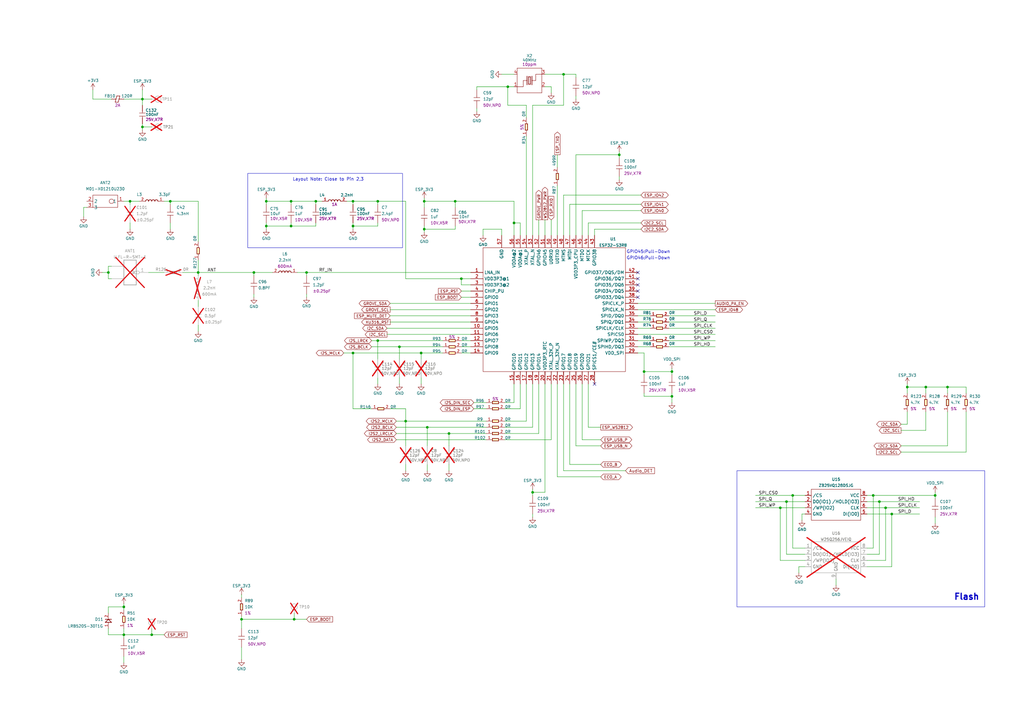
<source format=kicad_sch>
(kicad_sch (version 20250114) (generator "eeschema") (generator_version "9.0")
  (paper "A3")
  (title_block (comment 1 "Licensed under CERN-OHL-P v2"))
  (rectangle (start 101.6 71.12) (end 165.1 101.6))
  (rectangle (start 302.26 193.04) (end 403.86 248.92))
  (text "GPIO45:Pull-Down" (at 265.938 103.378 0) (effects (font (size 1.27 1.27))))
  (text "Layout Note: Close to Pin 2,3" (at 134.62 73.66 0) (effects (font (size 1.27 1.27))))
  (text "GPIO46:Pull-Down" (at 265.938 105.918 0) (effects (font (size 1.27 1.27))))
  (text "Flash" (at 391.16 246.38 0) (effects (font (size 2.5 2.5) (bold yes)) (justify left bottom)))
  (junction (at 173.99 82.55))
  (junction (at 360.68 205.74))
  (junction (at 189.23 114.3))
  (junction (at 208.28 35.56))
  (junction (at 325.12 203.2))
  (junction (at 129.54 82.55))
  (junction (at 44.45 111.76))
  (junction (at 81.28 111.76))
  (junction (at 358.14 203.2))
  (junction (at 166.37 172.72))
  (junction (at 275.59 152.4))
  (junction (at 50.8 260.35))
  (junction (at 69.85 82.55))
  (junction (at 144.78 82.55))
  (junction (at 109.22 82.55))
  (junction (at 99.06 254))
  (junction (at 125.73 111.76))
  (junction (at 218.44 201.93))
  (junction (at 184.15 177.8))
  (junction (at 320.04 208.28))
  (junction (at 172.72 144.78))
  (junction (at 383.54 203.2))
  (junction (at 254 63.5))
  (junction (at 154.94 139.7))
  (junction (at 120.65 254))
  (junction (at 154.94 82.55))
  (junction (at 58.42 52.07))
  (junction (at 119.38 82.55))
  (junction (at 119.38 92.71))
  (junction (at 163.83 142.24))
  (junction (at 264.16 152.4))
  (junction (at 379.73 158.75))
  (junction (at 372.11 158.75))
  (junction (at 210.82 91.44))
  (junction (at 363.22 208.28))
  (junction (at 53.34 82.55))
  (junction (at 58.42 40.64))
  (junction (at 144.78 144.78))
  (junction (at 50.8 248.92))
  (junction (at 62.23 260.35))
  (junction (at 275.59 162.56))
  (junction (at 231.14 30.48))
  (junction (at 173.99 93.98))
  (junction (at 104.14 111.76))
  (junction (at 109.22 92.71))
  (junction (at 322.58 205.74))
  (junction (at 365.76 210.82))
  (junction (at 186.69 82.55))
  (junction (at 144.78 92.71))
  (junction (at 175.26 175.26))
  (junction (at 388.62 158.75))
  (no_connect (at 243.84 157.48))
  (no_connect (at 261.62 116.84))
  (no_connect (at 261.62 111.76))
  (no_connect (at 261.62 119.38))
  (no_connect (at 261.62 121.92))
  (no_connect (at 261.62 114.3))
  (wire (pts (xy 140.97 144.78) (xy 144.78 144.78)))
  (wire (pts (xy 254 63.5) (xy 254 64.77)))
  (wire (pts (xy 158.75 137.16) (xy 193.04 137.16)))
  (wire (pts (xy 154.94 91.44) (xy 154.94 92.71)))
  (wire (pts (xy 109.22 82.55) (xy 109.22 83.82)))
  (wire (pts (xy 50.8 269.24) (xy 50.8 271.78)))
  (wire (pts (xy 99.06 254) (xy 99.06 257.81)))
  (wire (pts (xy 275.59 162.56) (xy 275.59 165.1)))
  (wire (pts (xy 175.26 175.26) (xy 199.39 175.26)))
  (wire (pts (xy 152.4 142.24) (xy 163.83 142.24)))
  (wire (pts (xy 60.96 111.76) (xy 67.31 111.76)))
  (wire (pts (xy 243.84 93.98) (xy 262.89 93.98)))
  (wire (pts (xy 254 62.23) (xy 254 63.5)))
  (wire (pts (xy 50.8 82.55) (xy 53.34 82.55)))
  (wire (pts (xy 160.02 124.46) (xy 193.04 124.46)))
  (wire (pts (xy 186.69 82.55) (xy 210.82 82.55)))
  (wire (pts (xy 322.58 205.74) (xy 322.58 227.33)))
  (wire (pts (xy 342.9 237.49) (xy 342.9 240.03)))
  (wire (pts (xy 184.15 193.04) (xy 184.15 190.5)))
  (wire (pts (xy 355.6 229.87) (xy 363.22 229.87)))
  (wire (pts (xy 44.45 109.22) (xy 44.45 111.76)))
  (wire (pts (xy 309.88 203.2) (xy 325.12 203.2)))
  (wire (pts (xy 261.62 137.16) (xy 293.37 137.16)))
  (wire (pts (xy 360.68 205.74) (xy 360.68 227.33)))
  (wire (pts (xy 160.02 127) (xy 193.04 127)))
  (wire (pts (xy 189.23 116.84) (xy 189.23 114.3)))
  (wire (pts (xy 99.06 252.73) (xy 99.06 254)))
  (wire (pts (xy 58.42 52.07) (xy 58.42 53.34)))
  (wire (pts (xy 154.94 139.7) (xy 154.94 147.32)))
  (wire (pts (xy 44.45 257.81) (xy 44.45 260.35)))
  (wire (pts (xy 189.23 121.92) (xy 193.04 121.92)))
  (wire (pts (xy 160.02 132.08) (xy 193.04 132.08)))
  (wire (pts (xy 274.32 139.7) (xy 293.37 139.7)))
  (wire (pts (xy 254 72.39) (xy 254 73.66)))
  (wire (pts (xy 213.36 96.52) (xy 213.36 91.44)))
  (wire (pts (xy 226.06 35.56) (xy 226.06 38.1)))
  (wire (pts (xy 215.9 55.88) (xy 215.9 96.52)))
  (wire (pts (xy 241.3 91.44) (xy 241.3 96.52)))
  (wire (pts (xy 231.14 30.48) (xy 236.22 30.48)))
  (wire (pts (xy 144.78 144.78) (xy 172.72 144.78)))
  (wire (pts (xy 246.38 182.88) (xy 236.22 182.88)))
  (wire (pts (xy 266.7 142.24) (xy 261.62 142.24)))
  (wire (pts (xy 154.94 82.55) (xy 154.94 83.82)))
  (wire (pts (xy 228.6 157.48) (xy 228.6 195.58)))
  (wire (pts (xy 266.7 134.62) (xy 261.62 134.62)))
  (wire (pts (xy 241.3 175.26) (xy 241.3 157.48)))
  (wire (pts (xy 172.72 157.48) (xy 172.72 154.94)))
  (wire (pts (xy 264.16 144.78) (xy 264.16 152.4)))
  (wire (pts (xy 175.26 175.26) (xy 175.26 182.88)))
  (wire (pts (xy 363.22 208.28) (xy 377.19 208.28)))
  (wire (pts (xy 189.23 139.7) (xy 193.04 139.7)))
  (wire (pts (xy 189.23 119.38) (xy 193.04 119.38)))
  (wire (pts (xy 215.9 157.48) (xy 215.9 172.72)))
  (wire (pts (xy 322.58 227.33) (xy 330.2 227.33)))
  (wire (pts (xy 109.22 92.71) (xy 109.22 93.98)))
  (wire (pts (xy 53.34 82.55) (xy 57.15 82.55)))
  (wire (pts (xy 166.37 167.64) (xy 166.37 172.72)))
  (wire (pts (xy 173.99 82.55) (xy 173.99 85.09)))
  (wire (pts (xy 119.38 82.55) (xy 129.54 82.55)))
  (wire (pts (xy 213.36 167.64) (xy 213.36 157.48)))
  (wire (pts (xy 186.69 82.55) (xy 186.69 85.09)))
  (wire (pts (xy 208.28 43.18) (xy 208.28 35.56)))
  (wire (pts (xy 193.04 116.84) (xy 189.23 116.84)))
  (wire (pts (xy 383.54 203.2) (xy 383.54 204.47)))
  (wire (pts (xy 275.59 161.29) (xy 275.59 162.56)))
  (wire (pts (xy 58.42 36.83) (xy 58.42 40.64)))
  (wire (pts (xy 125.73 120.65) (xy 125.73 121.92)))
  (wire (pts (xy 163.83 142.24) (xy 163.83 147.32)))
  (wire (pts (xy 195.58 35.56) (xy 208.28 35.56)))
  (wire (pts (xy 129.54 91.44) (xy 129.54 92.71)))
  (wire (pts (xy 218.44 175.26) (xy 207.01 175.26)))
  (wire (pts (xy 379.73 158.75) (xy 379.73 161.29)))
  (wire (pts (xy 120.65 254) (xy 125.73 254)))
  (wire (pts (xy 213.36 91.44) (xy 210.82 91.44)))
  (wire (pts (xy 236.22 63.5) (xy 254 63.5)))
  (wire (pts (xy 173.99 82.55) (xy 186.69 82.55)))
  (wire (pts (xy 330.2 232.41) (xy 327.66 232.41)))
  (wire (pts (xy 327.66 232.41) (xy 327.66 234.95)))
  (wire (pts (xy 163.83 142.24) (xy 181.61 142.24)))
  (wire (pts (xy 34.29 88.9) (xy 34.29 85.09)))
  (wire (pts (xy 220.98 157.48) (xy 220.98 177.8)))
  (wire (pts (xy 119.38 82.55) (xy 119.38 83.82)))
  (wire (pts (xy 69.85 82.55) (xy 81.28 82.55)))
  (wire (pts (xy 207.01 167.64) (xy 213.36 167.64)))
  (wire (pts (xy 388.62 158.75) (xy 379.73 158.75)))
  (wire (pts (xy 189.23 142.24) (xy 193.04 142.24)))
  (wire (pts (xy 396.24 158.75) (xy 388.62 158.75)))
  (wire (pts (xy 99.06 254) (xy 120.65 254)))
  (wire (pts (xy 379.73 176.53) (xy 379.73 168.91)))
  (wire (pts (xy 236.22 96.52) (xy 236.22 63.5)))
  (wire (pts (xy 233.68 83.82) (xy 233.68 96.52)))
  (wire (pts (xy 274.32 142.24) (xy 293.37 142.24)))
  (wire (pts (xy 210.82 165.1) (xy 210.82 157.48)))
  (wire (pts (xy 358.14 203.2) (xy 358.14 224.79)))
  (wire (pts (xy 163.83 157.48) (xy 163.83 154.94)))
  (wire (pts (xy 67.31 82.55) (xy 69.85 82.55)))
  (wire (pts (xy 189.23 144.78) (xy 193.04 144.78)))
  (wire (pts (xy 125.73 111.76) (xy 125.73 113.03)))
  (wire (pts (xy 238.76 157.48) (xy 238.76 180.34)))
  (wire (pts (xy 355.6 205.74) (xy 360.68 205.74)))
  (wire (pts (xy 215.9 48.26) (xy 215.9 43.18)))
  (wire (pts (xy 58.42 40.64) (xy 58.42 43.18)))
  (wire (pts (xy 152.4 167.64) (xy 144.78 167.64)))
  (wire (pts (xy 223.52 201.93) (xy 218.44 201.93)))
  (wire (pts (xy 236.22 182.88) (xy 236.22 157.48)))
  (wire (pts (xy 218.44 200.66) (xy 218.44 201.93)))
  (wire (pts (xy 320.04 208.28) (xy 330.2 208.28)))
  (wire (pts (xy 58.42 40.64) (xy 62.23 40.64)))
  (wire (pts (xy 325.12 203.2) (xy 325.12 224.79)))
  (wire (pts (xy 173.99 93.98) (xy 173.99 95.25)))
  (wire (pts (xy 261.62 144.78) (xy 264.16 144.78)))
  (wire (pts (xy 81.28 106.68) (xy 81.28 111.76)))
  (wire (pts (xy 198.12 93.98) (xy 205.74 93.98)))
  (wire (pts (xy 162.56 172.72) (xy 166.37 172.72)))
  (wire (pts (xy 328.93 210.82) (xy 330.2 210.82)))
  (wire (pts (xy 262.89 83.82) (xy 233.68 83.82)))
  (wire (pts (xy 223.52 35.56) (xy 226.06 35.56)))
  (wire (pts (xy 44.45 248.92) (xy 50.8 248.92)))
  (wire (pts (xy 53.34 82.55) (xy 53.34 83.82)))
  (wire (pts (xy 238.76 180.34) (xy 246.38 180.34)))
  (wire (pts (xy 360.68 227.33) (xy 355.6 227.33)))
  (wire (pts (xy 365.76 210.82) (xy 377.19 210.82)))
  (wire (pts (xy 160.02 129.54) (xy 193.04 129.54)))
  (wire (pts (xy 186.69 92.71) (xy 186.69 93.98)))
  (wire (pts (xy 189.23 114.3) (xy 193.04 114.3)))
  (wire (pts (xy 50.8 247.65) (xy 50.8 248.92)))
  (wire (pts (xy 355.6 203.2) (xy 358.14 203.2)))
  (wire (pts (xy 369.57 173.99) (xy 372.11 173.99)))
  (wire (pts (xy 144.78 91.44) (xy 144.78 92.71)))
  (wire (pts (xy 38.1 40.64) (xy 45.72 40.64)))
  (wire (pts (xy 228.6 76.2) (xy 228.6 96.52)))
  (wire (pts (xy 262.89 86.36) (xy 238.76 86.36)))
  (wire (pts (xy 69.85 93.98) (xy 69.85 91.44)))
  (wire (pts (xy 293.37 127) (xy 261.62 127)))
  (wire (pts (xy 309.88 208.28) (xy 320.04 208.28)))
  (wire (pts (xy 104.14 111.76) (xy 104.14 113.03)))
  (wire (pts (xy 218.44 43.18) (xy 231.14 43.18)))
  (wire (pts (xy 274.32 132.08) (xy 293.37 132.08)))
  (wire (pts (xy 121.92 111.76) (xy 125.73 111.76)))
  (wire (pts (xy 274.32 134.62) (xy 293.37 134.62)))
  (wire (pts (xy 274.32 129.54) (xy 293.37 129.54)))
  (wire (pts (xy 236.22 30.48) (xy 236.22 31.75)))
  (wire (pts (xy 99.06 265.43) (xy 99.06 270.51)))
  (wire (pts (xy 218.44 201.93) (xy 218.44 203.2)))
  (wire (pts (xy 320.04 229.87) (xy 330.2 229.87)))
  (wire (pts (xy 58.42 52.07) (xy 62.23 52.07)))
  (wire (pts (xy 109.22 81.28) (xy 109.22 82.55)))
  (wire (pts (xy 44.45 114.3) (xy 44.45 111.76)))
  (wire (pts (xy 195.58 36.83) (xy 195.58 35.56)))
  (wire (pts (xy 396.24 161.29) (xy 396.24 158.75)))
  (wire (pts (xy 58.42 50.8) (xy 58.42 52.07)))
  (wire (pts (xy 144.78 82.55) (xy 144.78 83.82)))
  (wire (pts (xy 45.72 109.22) (xy 44.45 109.22)))
  (wire (pts (xy 355.6 232.41) (xy 365.76 232.41)))
  (wire (pts (xy 309.88 205.74) (xy 322.58 205.74)))
  (wire (pts (xy 264.16 161.29) (xy 264.16 162.56)))
  (wire (pts (xy 256.54 193.04) (xy 231.14 193.04)))
  (wire (pts (xy 34.29 85.09) (xy 35.56 85.09)))
  (wire (pts (xy 142.24 82.55) (xy 144.78 82.55)))
  (wire (pts (xy 218.44 210.82) (xy 218.44 212.09)))
  (wire (pts (xy 220.98 90.17) (xy 220.98 96.52)))
  (wire (pts (xy 152.4 139.7) (xy 154.94 139.7)))
  (wire (pts (xy 172.72 144.78) (xy 181.61 144.78)))
  (wire (pts (xy 109.22 82.55) (xy 119.38 82.55)))
  (wire (pts (xy 236.22 39.37) (xy 236.22 40.64)))
  (wire (pts (xy 173.99 92.71) (xy 173.99 93.98)))
  (wire (pts (xy 44.45 251.46) (xy 44.45 248.92)))
  (wire (pts (xy 208.28 35.56) (xy 210.82 35.56)))
  (wire (pts (xy 166.37 114.3) (xy 189.23 114.3)))
  (wire (pts (xy 109.22 91.44) (xy 109.22 92.71)))
  (wire (pts (xy 119.38 91.44) (xy 119.38 92.71)))
  (wire (pts (xy 154.94 157.48) (xy 154.94 154.94)))
  (wire (pts (xy 293.37 124.46) (xy 261.62 124.46)))
  (wire (pts (xy 228.6 195.58) (xy 246.38 195.58)))
  (wire (pts (xy 388.62 158.75) (xy 388.62 161.29)))
  (wire (pts (xy 369.57 176.53) (xy 379.73 176.53)))
  (wire (pts (xy 81.28 133.35) (xy 81.28 135.89)))
  (wire (pts (xy 388.62 168.91) (xy 388.62 182.88)))
  (wire (pts (xy 226.06 90.17) (xy 226.06 96.52)))
  (wire (pts (xy 45.72 114.3) (xy 44.45 114.3)))
  (wire (pts (xy 154.94 139.7) (xy 181.61 139.7)))
  (wire (pts (xy 355.6 208.28) (xy 363.22 208.28)))
  (wire (pts (xy 81.28 111.76) (xy 104.14 111.76)))
  (wire (pts (xy 144.78 92.71) (xy 144.78 93.98)))
  (wire (pts (xy 144.78 167.64) (xy 144.78 144.78)))
  (wire (pts (xy 275.59 152.4) (xy 275.59 153.67)))
  (wire (pts (xy 44.45 260.35) (xy 50.8 260.35)))
  (wire (pts (xy 173.99 81.28) (xy 173.99 82.55)))
  (wire (pts (xy 262.89 80.01) (xy 231.14 80.01)))
  (wire (pts (xy 125.73 111.76) (xy 193.04 111.76)))
  (wire (pts (xy 53.34 93.98) (xy 53.34 91.44)))
  (wire (pts (xy 44.45 111.76) (xy 41.91 111.76)))
  (wire (pts (xy 154.94 82.55) (xy 166.37 82.55)))
  (wire (pts (xy 166.37 172.72) (xy 166.37 182.88)))
  (wire (pts (xy 81.28 82.55) (xy 81.28 99.06)))
  (wire (pts (xy 365.76 210.82) (xy 365.76 232.41)))
  (wire (pts (xy 322.58 205.74) (xy 330.2 205.74)))
  (wire (pts (xy 198.12 96.52) (xy 198.12 93.98)))
  (wire (pts (xy 246.38 175.26) (xy 241.3 175.26)))
  (wire (pts (xy 205.74 93.98) (xy 205.74 96.52)))
  (wire (pts (xy 358.14 203.2) (xy 383.54 203.2)))
  (wire (pts (xy 396.24 185.42) (xy 396.24 168.91)))
  (wire (pts (xy 320.04 208.28) (xy 320.04 229.87)))
  (wire (pts (xy 233.68 190.5) (xy 233.68 157.48)))
  (wire (pts (xy 223.52 157.48) (xy 223.52 201.93)))
  (wire (pts (xy 355.6 210.82) (xy 365.76 210.82)))
  (wire (pts (xy 231.14 43.18) (xy 231.14 30.48)))
  (wire (pts (xy 226.06 157.48) (xy 226.06 180.34)))
  (wire (pts (xy 38.1 36.83) (xy 38.1 40.64)))
  (wire (pts (xy 50.8 260.35) (xy 62.23 260.35)))
  (wire (pts (xy 144.78 82.55) (xy 154.94 82.55)))
  (wire (pts (xy 264.16 162.56) (xy 275.59 162.56)))
  (wire (pts (xy 175.26 193.04) (xy 175.26 190.5)))
  (wire (pts (xy 207.01 180.34) (xy 226.06 180.34)))
  (wire (pts (xy 50.8 260.35) (xy 50.8 261.62)))
  (wire (pts (xy 383.54 212.09) (xy 383.54 214.63)))
  (wire (pts (xy 194.31 165.1) (xy 199.39 165.1)))
  (wire (pts (xy 166.37 193.04) (xy 166.37 190.5)))
  (wire (pts (xy 194.31 167.64) (xy 199.39 167.64)))
  (wire (pts (xy 210.82 82.55) (xy 210.82 91.44)))
  (wire (pts (xy 330.2 224.79) (xy 325.12 224.79)))
  (wire (pts (xy 184.15 177.8) (xy 184.15 182.88)))
  (wire (pts (xy 119.38 92.71) (xy 109.22 92.71)))
  (wire (pts (xy 104.14 120.65) (xy 104.14 121.92)))
  (wire (pts (xy 162.56 180.34) (xy 199.39 180.34)))
  (wire (pts (xy 166.37 82.55) (xy 166.37 114.3)))
  (wire (pts (xy 238.76 86.36) (xy 238.76 96.52)))
  (wire (pts (xy 266.7 129.54) (xy 261.62 129.54)))
  (wire (pts (xy 129.54 82.55) (xy 132.08 82.55)))
  (wire (pts (xy 172.72 144.78) (xy 172.72 147.32)))
  (wire (pts (xy 223.52 90.17) (xy 223.52 96.52)))
  (wire (pts (xy 81.28 123.19) (xy 81.28 125.73)))
  (wire (pts (xy 99.06 243.84) (xy 99.06 245.11)))
  (wire (pts (xy 50.8 248.92) (xy 50.8 250.19)))
  (wire (pts (xy 228.6 63.5) (xy 228.6 68.58)))
  (wire (pts (xy 328.93 213.36) (xy 328.93 210.82)))
  (wire (pts (xy 50.8 257.81) (xy 50.8 260.35)))
  (wire (pts (xy 388.62 182.88) (xy 369.57 182.88)))
  (wire (pts (xy 158.75 134.62) (xy 193.04 134.62)))
  (wire (pts (xy 120.65 251.46) (xy 120.65 254)))
  (wire (pts (xy 223.52 30.48) (xy 231.14 30.48)))
  (wire (pts (xy 243.84 96.52) (xy 243.84 93.98)))
  (wire (pts (xy 160.02 167.64) (xy 166.37 167.64)))
  (wire (pts (xy 231.14 157.48) (xy 231.14 193.04)))
  (wire (pts (xy 275.59 151.13) (xy 275.59 152.4)))
  (wire (pts (xy 69.85 82.55) (xy 69.85 83.82)))
  (wire (pts (xy 231.14 80.01) (xy 231.14 96.52)))
  (wire (pts (xy 207.01 165.1) (xy 210.82 165.1)))
  (wire (pts (xy 129.54 92.71) (xy 119.38 92.71)))
  (wire (pts (xy 355.6 224.79) (xy 358.14 224.79)))
  (wire (pts (xy 184.15 177.8) (xy 199.39 177.8)))
  (wire (pts (xy 162.56 177.8) (xy 184.15 177.8)))
  (wire (pts (xy 262.89 91.44) (xy 241.3 91.44)))
  (wire (pts (xy 360.68 205.74) (xy 377.19 205.74)))
  (wire (pts (xy 129.54 82.55) (xy 129.54 83.82)))
  (wire (pts (xy 62.23 260.35) (xy 67.31 260.35)))
  (wire (pts (xy 207.01 177.8) (xy 220.98 177.8)))
  (wire (pts (xy 363.22 208.28) (xy 363.22 229.87)))
  (wire (pts (xy 264.16 152.4) (xy 264.16 153.67)))
  (wire (pts (xy 81.28 111.76) (xy 81.28 113.03)))
  (wire (pts (xy 104.14 111.76) (xy 111.76 111.76)))
  (wire (pts (xy 264.16 152.4) (xy 275.59 152.4)))
  (wire (pts (xy 266.7 132.08) (xy 261.62 132.08)))
  (wire (pts (xy 383.54 201.93) (xy 383.54 203.2)))
  (wire (pts (xy 154.94 92.71) (xy 144.78 92.71)))
  (wire (pts (xy 215.9 43.18) (xy 208.28 43.18)))
  (wire (pts (xy 372.11 157.48) (xy 372.11 158.75)))
  (wire (pts (xy 186.69 93.98) (xy 173.99 93.98)))
  (wire (pts (xy 372.11 158.75) (xy 372.11 161.29)))
  (wire (pts (xy 166.37 172.72) (xy 199.39 172.72)))
  (wire (pts (xy 195.58 44.45) (xy 195.58 45.72)))
  (wire (pts (xy 74.93 111.76) (xy 81.28 111.76)))
  (wire (pts (xy 372.11 173.99) (xy 372.11 168.91)))
  (wire (pts (xy 58.42 40.64) (xy 50.8 40.64)))
  (wire (pts (xy 218.44 43.18) (xy 218.44 96.52)))
  (wire (pts (xy 215.9 172.72) (xy 207.01 172.72)))
  (wire (pts (xy 369.57 185.42) (xy 396.24 185.42)))
  (wire (pts (xy 162.56 175.26) (xy 175.26 175.26)))
  (wire (pts (xy 205.74 30.48) (xy 210.82 30.48)))
  (wire (pts (xy 210.82 91.44) (xy 210.82 96.52)))
  (wire (pts (xy 62.23 257.81) (xy 62.23 260.35)))
  (wire (pts (xy 325.12 203.2) (xy 330.2 203.2)))
  (wire (pts (xy 218.44 157.48) (xy 218.44 175.26)))
  (wire (pts (xy 379.73 158.75) (xy 372.11 158.75)))
  (wire (pts (xy 246.38 190.5) (xy 233.68 190.5)))
  (wire (pts (xy 266.7 139.7) (xy 261.62 139.7)))
  (label "SPI_CS0" (at 311.15 203.2 0))
  (label "SPI_D" (at 284.48 129.54 0))
  (label "SPI_CLK" (at 368.3 208.28 0))
  (label "SPI_WP" (at 284.48 139.7 0))
  (label "SPI_Q" (at 284.48 132.08 0))
  (label "SPI_HD" (at 368.3 205.74 0))
  (label "SPI_HD" (at 284.48 142.24 0))
  (label "SPI_D" (at 368.3 210.82 0))
  (label "ANT" (at 85.09 111.76 0))
  (label "RF_IN" (at 130.81 111.76 0))
  (label "SPI_Q" (at 311.15 205.74 0))
  (label "SPI_CS0" (at 284.48 137.16 0))
  (label "SPI_CLK" (at 284.48 134.62 0))
  (label "SPI_WP" (at 311.15 208.28 0))
  (global_label "GROVE_PWR" (shape output) (at 220.98 90.17 90) (effects (font (size 1.143 1.143))) (property "Intersheetrefs" "${INTERSHEET_REFS}" (effects (hide yes))))
  (global_label "I2C_SCL" (shape output) (at 369.57 176.53 180) (effects (font (size 1.143 1.143))) (property "Intersheetrefs" "${INTERSHEET_REFS}" (effects (hide yes))))
  (global_label "ECO_A" (shape bidirectional) (at 246.38 195.58 0) (effects (font (size 1.143 1.143))) (property "Intersheetrefs" "${INTERSHEET_REFS}" (effects (hide yes))))
  (global_label "ESP_MUTE_DET" (shape input) (at 160.02 129.54 180) (effects (font (size 1.143 1.143))) (property "Intersheetrefs" "${INTERSHEET_REFS}" (effects (hide yes))))
  (global_label "ECO_B" (shape bidirectional) (at 246.38 190.5 0) (effects (font (size 1.143 1.143))) (property "Intersheetrefs" "${INTERSHEET_REFS}" (effects (hide yes))))
  (global_label "I2C2_SDA" (shape bidirectional) (at 262.89 93.98 0) (effects (font (size 1.143 1.143))) (property "Intersheetrefs" "${INTERSHEET_REFS}" (effects (hide yes))))
  (global_label "GROVE_SDA" (shape bidirectional) (at 160.02 124.46 180) (effects (font (size 1.143 1.143))) (property "Intersheetrefs" "${INTERSHEET_REFS}" (effects (hide yes))))
  (global_label "Audio_DET" (shape input) (at 256.54 193.04 0) (property "Intersheetrefs" "${INTERSHEET_REFS}" (effects (hide yes))))
  (global_label "XU316_RST" (shape output) (at 160.02 132.08 180) (effects (font (size 1.143 1.143))) (property "Intersheetrefs" "${INTERSHEET_REFS}" (effects (hide yes))))
  (global_label "ESP_TX0" (shape output) (at 228.6 63.5 90) (effects (font (size 1.143 1.143))) (property "Intersheetrefs" "${INTERSHEET_REFS}" (effects (hide yes))))
  (global_label "ESP_USB_N" (shape bidirectional) (at 246.38 182.88 0) (effects (font (size 1.143 1.143))) (property "Intersheetrefs" "${INTERSHEET_REFS}" (effects (hide yes))))
  (global_label "ESP_USB_P" (shape bidirectional) (at 246.38 180.34 0) (effects (font (size 1.143 1.143))) (property "Intersheetrefs" "${INTERSHEET_REFS}" (effects (hide yes))))
  (global_label "I2C_SCL" (shape output) (at 158.75 137.16 180) (effects (font (size 1.143 1.143))) (property "Intersheetrefs" "${INTERSHEET_REFS}" (effects (hide yes))))
  (global_label "ESP_IO41" (shape bidirectional) (at 262.89 83.82 0) (effects (font (size 1.143 1.143))) (property "Intersheetrefs" "${INTERSHEET_REFS}" (effects (hide yes))))
  (global_label "I2C2_SDA" (shape bidirectional) (at 369.57 182.88 180) (effects (font (size 1.143 1.143))) (property "Intersheetrefs" "${INTERSHEET_REFS}" (effects (hide yes))))
  (global_label "I2C2_SCL" (shape input) (at 262.89 91.44 0) (effects (font (size 1.143 1.143))) (property "Intersheetrefs" "${INTERSHEET_REFS}" (effects (hide yes))))
  (global_label "I2S_MCLK" (shape bidirectional) (at 140.97 144.78 180) (effects (font (size 1.143 1.143))) (property "Intersheetrefs" "${INTERSHEET_REFS}" (effects (hide yes))))
  (global_label "ESP_IO40" (shape bidirectional) (at 262.89 86.36 0) (effects (font (size 1.143 1.143))) (property "Intersheetrefs" "${INTERSHEET_REFS}" (effects (hide yes))))
  (global_label "ESP_RST" (shape input) (at 189.23 119.38 180) (effects (font (size 1.143 1.143))) (property "Intersheetrefs" "${INTERSHEET_REFS}" (effects (hide yes))))
  (global_label "GROVE_SCL" (shape output) (at 160.02 127 180) (effects (font (size 1.143 1.143))) (property "Intersheetrefs" "${INTERSHEET_REFS}" (effects (hide yes))))
  (global_label "AUDIO_PA_EN" (shape output) (at 293.37 124.46 0) (effects (font (size 1.143 1.143))) (property "Intersheetrefs" "${INTERSHEET_REFS}" (effects (hide yes))))
  (global_label "WS2812_PWR" (shape output) (at 223.52 90.17 90) (effects (font (size 1.143 1.143))) (property "Intersheetrefs" "${INTERSHEET_REFS}" (effects (hide yes))))
  (global_label "I2S2_DATA" (shape bidirectional) (at 162.56 180.34 180) (effects (font (size 1.143 1.143))) (property "Intersheetrefs" "${INTERSHEET_REFS}" (effects (hide yes))))
  (global_label "I2C_SDA" (shape bidirectional) (at 369.57 173.99 180) (effects (font (size 1.143 1.143))) (property "Intersheetrefs" "${INTERSHEET_REFS}" (effects (hide yes))))
  (global_label "ESP_IO42" (shape bidirectional) (at 262.89 80.01 0) (effects (font (size 1.143 1.143))) (property "Intersheetrefs" "${INTERSHEET_REFS}" (effects (hide yes))))
  (global_label "I2S_BCLK" (shape bidirectional) (at 152.4 142.24 180) (effects (font (size 1.143 1.143))) (property "Intersheetrefs" "${INTERSHEET_REFS}" (effects (hide yes))))
  (global_label "I2S2_MCLK" (shape bidirectional) (at 162.56 172.72 180) (effects (font (size 1.143 1.143))) (property "Intersheetrefs" "${INTERSHEET_REFS}" (effects (hide yes))))
  (global_label "I2S_DIN_ESP" (shape bidirectional) (at 194.31 167.64 180) (effects (font (size 1.143 1.143))) (property "Intersheetrefs" "${INTERSHEET_REFS}" (effects (hide yes))))
  (global_label "I2C_SDA" (shape bidirectional) (at 158.75 134.62 180) (effects (font (size 1.143 1.143))) (property "Intersheetrefs" "${INTERSHEET_REFS}" (effects (hide yes))))
  (global_label "I2S2_LRCLK" (shape bidirectional) (at 162.56 177.8 180) (effects (font (size 1.143 1.143))) (property "Intersheetrefs" "${INTERSHEET_REFS}" (effects (hide yes))))
  (global_label "ESP_RX0" (shape input) (at 226.06 90.17 90) (effects (font (size 1.143 1.143))) (property "Intersheetrefs" "${INTERSHEET_REFS}" (effects (hide yes))))
  (global_label "I2S2_BCLK" (shape bidirectional) (at 162.56 175.26 180) (effects (font (size 1.143 1.143))) (property "Intersheetrefs" "${INTERSHEET_REFS}" (effects (hide yes))))
  (global_label "I2C2_SCL" (shape input) (at 369.57 185.42 180) (effects (font (size 1.143 1.143))) (property "Intersheetrefs" "${INTERSHEET_REFS}" (effects (hide yes))))
  (global_label "ESP_IO48" (shape bidirectional) (at 293.37 127 0) (effects (font (size 1.143 1.143))) (property "Intersheetrefs" "${INTERSHEET_REFS}" (effects (hide yes))))
  (global_label "I2S_DIN_SEC" (shape bidirectional) (at 194.31 165.1 180) (effects (font (size 1.143 1.143))) (property "Intersheetrefs" "${INTERSHEET_REFS}" (effects (hide yes))))
  (global_label "ESP_BOOT" (shape input) (at 125.73 254 0) (effects (font (size 1.143 1.143))) (property "Intersheetrefs" "${INTERSHEET_REFS}" (effects (hide yes))))
  (global_label "ESP_WS2812" (shape output) (at 246.38 175.26 0) (effects (font (size 1.143 1.143))) (property "Intersheetrefs" "${INTERSHEET_REFS}" (effects (hide yes))))
  (global_label "ESP_BOOT" (shape input) (at 189.23 121.92 180) (effects (font (size 1.143 1.143))) (property "Intersheetrefs" "${INTERSHEET_REFS}" (effects (hide yes))))
  (global_label "ESP_RST" (shape input) (at 67.31 260.35 0) (effects (font (size 1.143 1.143))) (property "Intersheetrefs" "${INTERSHEET_REFS}" (effects (hide yes))))
  (global_label "I2S_LRCK" (shape bidirectional) (at 152.4 139.7 180) (effects (font (size 1.143 1.143))) (property "Intersheetrefs" "${INTERSHEET_REFS}" (effects (hide yes))))
  (symbol (lib_id "power:GND") (at 69.85 93.98 0) (unit 1)
    (property "Reference" "#PWR0287" (effects (hide yes)))
    (property "Value" "GND" (at 69.85 97.79 0) (effects (font (size 1.143 1.143))))
  )
  (symbol (lib_id "Seeed_libadl:Resistors/301010000") (at 156.21 167.64 0) (unit 1)
    (property "Reference" "R146" (at 149.86 166.878 0) (effects (font (size 1.143 1.143))))
    (property "Value" "0R" (at 161.29 166.878 0) (effects (font (size 1.143 1.143))))
    (property "Footprint" "Resistor:R0402" (effects (hide yes)))
    (property "Description" "SMD RES 0R-5%-1/16W;0402" (effects (hide yes)))
    (property "Manufacturer" "YAGEO" (effects (hide yes)))
    (property "MPN" "RC0402JR-070RL" (effects (hide yes)))
    (property "SKU" "301010000" (effects (hide yes)))
    (property "Resistance" "0R" (effects (hide yes)))
    (property "Part Type" "RES" (effects (hide yes)))
    (property "Power Rating" "5%" (effects (hide yes)))
    (property "Status" "BeagleBone Carrier Board" (effects (hide yes)))
    (property "Temperature" "-55°C to 155°C" (effects (hide yes)))
  )
  (symbol (lib_id "power:GND") (at 58.42 53.34 0) (unit 1)
    (property "Reference" "#PWR022" (effects (hide yes)))
    (property "Value" "GND" (at 58.42 57.15 0) (effects (font (size 1.143 1.143))))
  )
  (symbol (lib_id "Seeed_libadl:Capacitors/302010024") (at 383.54 208.28 0) (unit 1)
    (property "Reference" "C107" (at 385.445 205.74 0) (effects (font (size 1.143 1.143)) (justify left)))
    (property "Value" "100nF" (at 385.445 208.28 0) (effects (font (size 1.143 1.143)) (justify left)))
    (property "Footprint" "Capacitor:C0402" (effects (hide yes)))
    (property "Description" "SMD CAP Ceramic 100nF-25V-10%-X7R;0402" (effects (hide yes)))
    (property "Manufacturer" "YAGEO" (effects (hide yes)))
    (property "MPN" "CC0402KRX7R8BB104" (effects (hide yes)))
    (property "SKU" "302010024" (effects (hide yes)))
    (property "Part Type" "Ceramic" (effects (hide yes)))
    (property "Voltage Rating" "25V,X7R" (at 385.445 210.82 0) (effects (font (size 1.143 1.143)) (justify left)))
    (property "Status" "BeagleBone Carrier Board" (effects (hide yes)))
    (property "Temperature" "-55°C to 125°C" (effects (hide yes)))
  )
  (symbol (lib_id "Seeed_libdb:Ic/310091686") (at 342.9 205.74 0) (unit 1)
    (property "Reference" "U15" (at 342.9 196.596 0) (effects (font (size 1.143 1.143))))
    (property "Value" "ZB25VQ128DSJG" (at 342.9 199.136 0) (effects (font (size 1.143 1.143))))
    (property "Footprint" "Ic:SOIC8-1.27-5.3X5.3MM" (effects (hide yes)))
    (property "Description" "SMD IC Memory;128Mbit-3V;SOIC-8" (effects (hide yes)))
    (property "Manufacturer" "Zbit" (effects (hide yes)))
    (property "MPN" "ZB25VQ128DSJG" (effects (hide yes)))
    (property "SKU" "310091686" (effects (hide yes)))
    (property "Part Type" "Flash" (effects (hide yes)))
    (property "Status" "HA Voice Kit" (effects (hide yes)))
    (property "Temperature" "-40°C ~ +85°C" (effects (hide yes)))
    (property "Priority" "A" (effects (hide yes)))
  )
  (symbol (lib_id "Seeed_libdb:Resistors/301010010") (at 388.62 165.1 90) (unit 1)
    (property "Reference" "R129" (at 389.89 162.5599 90) (effects (font (size 1.143 1.143)) (justify right)))
    (property "Value" "4.7K" (at 389.89 165.0999 90) (effects (font (size 1.143 1.143)) (justify right)))
    (property "Footprint" "Resistor:R0402" (effects (hide yes)))
    (property "Description" "SMD RES 4.7K-5%-1/16W;0402" (effects (hide yes)))
    (property "Manufacturer" "YAGEO" (effects (hide yes)))
    (property "MPN" "RC0402JR-074K7L" (effects (hide yes)))
    (property "SKU" "301010010" (effects (hide yes)))
    (property "Resistance" "4.7K" (effects (hide yes)))
    (property "Part Type" "RES" (effects (hide yes)))
    (property "Power Rating" "5%" (at 389.89 167.6399 90) (effects (font (size 1.143 1.143)) (justify right)))
    (property "Status" "BeagleBone Carrier Board" (effects (hide yes)))
    (property "Temperature" "-55°C to 155°C" (effects (hide yes)))
  )
  (symbol (lib_id "Seeed_libdb:Capacitors/302010049") (at 154.94 151.13 0) (unit 1) (dnp yes)
    (property "Reference" "C114" (at 156.464 149.352 0) (effects (font (size 1.143 1.143)) (justify left)))
    (property "Value" "12pF" (at 156.464 151.13 0) (effects (font (size 1.143 1.143)) (justify left)))
    (property "Footprint" "Capacitor:C0402" (effects (hide yes)))
    (property "Description" "SMD CAP Ceramic 12pF-50V-5%-NPO;0402" (effects (hide yes)))
    (property "Manufacturer" "YAGEO" (effects (hide yes)))
    (property "MPN" "CC0402JRNPO9BN120" (effects (hide yes)))
    (property "SKU" "302010049" (effects (hide yes)))
    (property "Part Type" "Ceramic" (effects (hide yes)))
    (property "Voltage Rating" "50V,NPO" (at 156.21 153.162 0) (effects (font (size 1.143 1.143)) (justify left)))
    (property "Status" "Testo PoE" (effects (hide yes)))
    (property "Temperature" "-55°C to 125°C" (effects (hide yes)))
  )
  (symbol (lib_id "Seeed_libadl:Resistors/301010000") (at 203.2 167.64 0) (unit 1)
    (property "Reference" "R97" (at 196.85 166.878 0) (effects (font (size 1.143 1.143))))
    (property "Value" "0R" (at 208.28 166.878 0) (effects (font (size 1.143 1.143))))
    (property "Footprint" "Resistor:R0402" (effects (hide yes)))
    (property "Description" "SMD RES 0R-5%-1/16W;0402" (effects (hide yes)))
    (property "Manufacturer" "YAGEO" (effects (hide yes)))
    (property "MPN" "RC0402JR-070RL" (effects (hide yes)))
    (property "SKU" "301010000" (effects (hide yes)))
    (property "Resistance" "0R" (effects (hide yes)))
    (property "Part Type" "RES" (effects (hide yes)))
    (property "Power Rating" "5%" (effects (hide yes)))
    (property "Status" "BeagleBone Carrier Board" (effects (hide yes)))
    (property "Temperature" "-55°C to 155°C" (effects (hide yes)))
  )
  (symbol (lib_id "power:GND") (at 144.78 93.98 0) (unit 1)
    (property "Reference" "#PWR0171" (effects (hide yes)))
    (property "Value" "GND" (at 144.78 97.79 0) (effects (font (size 1.143 1.143))))
  )
  (symbol (lib_id "Seeed_libadl:Resistors/301010000") (at 203.2 165.1 0) (unit 1)
    (property "Reference" "R96" (at 196.85 164.338 0) (effects (font (size 1.143 1.143))))
    (property "Value" "0R" (at 208.28 164.338 0) (effects (font (size 1.143 1.143))))
    (property "Footprint" "Resistor:R0402" (effects (hide yes)))
    (property "Description" "SMD RES 0R-5%-1/16W;0402" (effects (hide yes)))
    (property "Manufacturer" "YAGEO" (effects (hide yes)))
    (property "MPN" "RC0402JR-070RL" (effects (hide yes)))
    (property "SKU" "301010000" (effects (hide yes)))
    (property "Resistance" "0R" (effects (hide yes)))
    (property "Part Type" "RES" (effects (hide yes)))
    (property "Power Rating" "5%" (at 203.2 163.576 0) (effects (font (size 1.143 1.143))))
    (property "Status" "BeagleBone Carrier Board" (effects (hide yes)))
    (property "Temperature" "-55°C to 155°C" (effects (hide yes)))
  )
  (symbol (lib_id "power:GND") (at 34.29 88.9 0) (unit 1)
    (property "Reference" "#PWR0102" (effects (hide yes)))
    (property "Value" "GND" (at 34.29 92.71 0) (effects (font (size 1.143 1.143))))
  )
  (symbol (lib_id "0_Seeed_Misc:TEST-POINT") (at 64.77 40.64 0) (unit 1) (dnp yes)
    (property "Reference" "TP11" (at 68.58 40.64 0) (effects (font (size 1.143 1.143))))
    (property "Value" "TEST-POINT" (effects (hide yes)))
    (property "Footprint" "Seeed_Misc:TP-D45MIL" (effects (hide yes)))
  )
  (symbol (lib_id "libdb:Misc/TP45C_SMD") (at 64.77 52.07 0) (unit 1) (dnp yes)
    (property "Reference" "TP21" (at 66.802 52.07 0) (effects (font (size 1.143 1.143)) (justify left)))
    (property "Value" "Test Point" (effects (hide yes)))
    (property "Footprint" "Misc:TP-D45MIL" (effects (hide yes)))
    (property "Description" "Test Point;TP45C_SMD" (effects (hide yes)))
    (property "SKU" "TP45C_SMD" (effects (hide yes)))
    (property "Part Type" "Test Point" (effects (hide yes)))
  )
  (symbol (lib_id "power:GND") (at 81.28 135.89 0) (unit 1)
    (property "Reference" "#PWR0195" (effects (hide yes)))
    (property "Value" "GND" (at 81.28 139.7 0) (effects (font (size 1.143 1.143))))
  )
  (symbol (lib_id "Seeed_libdb:Inductor/303010824") (at 62.23 82.55 0) (mirror y) (unit 1)
    (property "Reference" "L3" (at 57.15 79.756 0) (effects (font (size 1.143 1.143))))
    (property "Value" "3.3pF" (at 67.564 79.756 0) (effects (font (size 1.143 1.143))))
    (property "Footprint" "Inductor:L0201" (effects (hide yes)))
    (property "Description" "SMD CAP Ceramic 3.3pF-25V±0.1pF-NPO;0201" (effects (hide yes)))
    (property "Manufacturer" "YAGEO" (effects (hide yes)))
    (property "MPN" "CQ0201BRNPO8BN3R3" (effects (hide yes)))
    (property "SKU" "302011041" (effects (hide yes)))
    (property "Part Type" "L" (effects (hide yes)))
    (property "Status" "Tracker" (effects (hide yes)))
    (property "Temperature" "-55°C to 125°C" (effects (hide yes)))
  )
  (symbol (lib_id "power:GND") (at 50.8 271.78 0) (unit 1)
    (property "Reference" "#PWR0212" (effects (hide yes)))
    (property "Value" "GND" (at 50.8 275.59 0) (effects (font (size 1.143 1.143))))
  )
  (symbol (lib_id "Seeed_libdb:OSC & XTAL/306011483") (at 217.17 33.02 0) (unit 1)
    (property "Reference" "X2" (at 217.17 22.86 0) (effects (font (size 1.143 1.143))))
    (property "Value" "40MHz" (at 217.17 24.638 0) (effects (font (size 1.143 1.143))))
    (property "Footprint" "Crystal:X4-SMD-2.0X1.6MM" (effects (hide yes)))
    (property "Description" "SMD Crystal 40MHz-9pF-10ppm-40R;4P-L2.0*W1.6*H0.5mm" (effects (hide yes)))
    (property "Manufacturer" "ECEC" (effects (hide yes)))
    (property "MPN" "Y4000Fc001" (effects (hide yes)))
    (property "SKU" "306011483" (effects (hide yes)))
    (property "Part Type" "Crystal" (effects (hide yes)))
    (property "Rating" "10ppm" (at 217.17 26.416 0) (effects (font (size 1.143 1.143))))
    (property "Status" "XIAO C3" (effects (hide yes)))
    (property "Temperature" "-40°C to 85°C" (effects (hide yes)))
  )
  (symbol (lib_id "power:GND") (at 104.14 121.92 0) (unit 1)
    (property "Reference" "#PWR0196" (effects (hide yes)))
    (property "Value" "GND" (at 104.14 125.73 0) (effects (font (size 1.143 1.143))))
  )
  (symbol (lib_id "Seeed_libadl:Capacitors/302010024") (at 58.42 46.99 0) (unit 1)
    (property "Reference" "C132" (at 59.69 45.212 0) (effects (font (size 1.143 1.143)) (justify left)))
    (property "Value" "100nF" (at 59.69 46.99 0) (effects (font (size 1.143 1.143)) (justify left)))
    (property "Footprint" "Capacitor:C0402" (effects (hide yes)))
    (property "Description" "SMD CAP Ceramic 100nF-25V-10%-X7R;0402" (effects (hide yes)))
    (property "Manufacturer" "YAGEO" (effects (hide yes)))
    (property "MPN" "CC0402KRX7R8BB104" (effects (hide yes)))
    (property "SKU" "302010024" (effects (hide yes)))
    (property "Part Type" "Ceramic" (effects (hide yes)))
    (property "Voltage Rating" "25V,X7R" (at 59.69 49.022 0) (effects (font (size 1.143 1.143)) (justify left)))
    (property "Status" "BeagleBone Carrier Board" (effects (hide yes)))
    (property "Temperature" "-55°C to 125°C" (effects (hide yes)))
  )
  (symbol (lib_id "Seeed_libdb:Capacitors/302010279") (at 53.34 87.63 0) (unit 1) (dnp yes)
    (property "Reference" "C101" (at 55.88 85.0899 0) (effects (font (size 1.143 1.143)) (justify left)))
    (property "Value" "1.2pF" (at 55.88 87.6299 0) (effects (font (size 1.143 1.143)) (justify left)))
    (property "Footprint" "Capacitor:C0201" (effects (hide yes)))
    (property "Description" "SMD CAP Ceramic;1.2pF-50V-±0.25pF-NPO;0201" (effects (hide yes)))
    (property "Manufacturer" "YAGEO" (effects (hide yes)))
    (property "MPN" "CC0201CRNPO9BN1R2" (effects (hide yes)))
    (property "SKU" "302010279" (effects (hide yes)))
    (property "Part Type" "C" (effects (hide yes)))
    (property "Voltage Rating" "±0.25pF" (at 55.88 90.1699 0) (effects (font (size 1.143 1.143)) (justify left)))
    (property "Status" "TRACKER" (effects (hide yes)))
    (property "Temperature" "’-55°C to 125°C" (effects (hide yes)))
  )
  (symbol (lib_id "Seeed_libadl:Capacitors/302010006") (at 186.69 88.9 0) (unit 1)
    (property "Reference" "C86" (at 187.96 87.122 0) (effects (font (size 1.143 1.143)) (justify left)))
    (property "Value" "10nF" (at 188.214 88.9 0) (effects (font (size 1.143 1.143)) (justify left)))
    (property "Footprint" "Capacitor:C0402" (effects (hide yes)))
    (property "Description" "SMD CAP Ceramic 10nF-50V-10%-X7R;0402" (effects (hide yes)))
    (property "Manufacturer" "YAGEO" (effects (hide yes)))
    (property "MPN" "CC0402KRX7R9BB103" (effects (hide yes)))
    (property "SKU" "302010006" (effects (hide yes)))
    (property "Part Type" "Ceramic" (effects (hide yes)))
    (property "Voltage Rating" "50V,X7R" (at 187.96 90.932 0) (effects (font (size 1.143 1.143)) (justify left)))
    (property "Status" "BeagleBone Carrier Board" (effects (hide yes)))
    (property "Temperature" "-55°C to 125°C" (effects (hide yes)))
  )
  (symbol (lib_id "power:+3.3VP") (at 218.44 200.66 0) (unit 1)
    (property "Reference" "#PWR0206" (effects (hide yes)))
    (property "Value" "ESP_3V3" (at 218.44 197.104 0) (effects (font (size 1.143 1.143))))
    (property "Description" "Power symbol creates a global label with name \"+3.3VP\"" (effects (hide yes)))
  )
  (symbol (lib_id "power:GND") (at 173.99 95.25 0) (unit 1)
    (property "Reference" "#PWR0141" (effects (hide yes)))
    (property "Value" "GND" (at 173.99 99.06 0) (effects (font (size 1.143 1.143))))
  )
  (symbol (lib_id "power:+3V3") (at 38.1 36.83 0) (unit 1)
    (property "Reference" "#PWR043" (effects (hide yes)))
    (property "Value" "+3V3" (at 38.1 33.02 0) (effects (font (size 1.143 1.143))))
  )
  (symbol (lib_id "Seeed_libdb:Inductor/303011121") (at 137.16 82.55 0) (unit 1)
    (property "Reference" "L4" (at 132.08 80.01 0) (effects (font (size 1.143 1.143))))
    (property "Value" "2.2nH" (at 142.24 80.01 0) (effects (font (size 1.143 1.143))))
    (property "Footprint" "Inductor:L0402" (effects (hide yes)))
    (property "Description" "SMD Inductor;2.2nH ±0.2nH-1A;0402" (effects (hide yes)))
    (property "Manufacturer" "Murata" (effects (hide yes)))
    (property "MPN" "LQW15AN2N2C10D" (effects (hide yes)))
    (property "SKU" "303011121" (effects (hide yes)))
    (property "Part Type" "Inductor" (effects (hide yes)))
    (property "Rating" "1A" (at 137.16 83.82 0) (effects (font (size 1.143 1.143))))
    (property "Status" "Sensor Hub" (effects (hide yes)))
    (property "Temperature" "-55°C to 125°C" (effects (hide yes)))
  )
  (symbol (lib_id "power:+3.3VP") (at 109.22 81.28 0) (unit 1)
    (property "Reference" "#PWR0194" (effects (hide yes)))
    (property "Value" "ESP_3V3" (at 109.22 77.724 0) (effects (font (size 1.143 1.143))))
    (property "Description" "Power symbol creates a global label with name \"+3.3VP\"" (effects (hide yes)))
  )
  (symbol (lib_id "power:GND") (at 163.83 157.48 0) (unit 1)
    (property "Reference" "#PWR0216" (effects (hide yes)))
    (property "Value" "GND" (at 163.83 161.29 0) (effects (font (size 1.143 1.143))))
  )
  (symbol (lib_id "Seeed_libadl:Resistors/301010000") (at 203.2 175.26 0) (unit 1)
    (property "Reference" "R92" (at 196.85 174.498 0) (effects (font (size 1.143 1.143))))
    (property "Value" "0R" (at 208.28 174.498 0) (effects (font (size 1.143 1.143))))
    (property "Footprint" "Resistor:R0402" (effects (hide yes)))
    (property "Description" "SMD RES 0R-5%-1/16W;0402" (effects (hide yes)))
    (property "Manufacturer" "YAGEO" (effects (hide yes)))
    (property "MPN" "RC0402JR-070RL" (effects (hide yes)))
    (property "SKU" "301010000" (effects (hide yes)))
    (property "Resistance" "0R" (effects (hide yes)))
    (property "Part Type" "RES" (effects (hide yes)))
    (property "Power Rating" "5%" (effects (hide yes)))
    (property "Status" "BeagleBone Carrier Board" (effects (hide yes)))
    (property "Temperature" "-55°C to 155°C" (effects (hide yes)))
  )
  (symbol (lib_id "power:GND") (at 327.66 234.95 0) (unit 1)
    (property "Reference" "#PWR0210" (effects (hide yes)))
    (property "Value" "GND" (at 327.66 238.76 0) (effects (font (size 1.143 1.143))))
  )
  (symbol (lib_id "Seeed_libadl:Resistors/301010000") (at 185.42 142.24 0) (unit 1)
    (property "Reference" "R94" (at 179.07 141.478 0) (effects (font (size 1.143 1.143))))
    (property "Value" "0R" (at 190.5 141.478 0) (effects (font (size 1.143 1.143))))
    (property "Footprint" "Resistor:R0402" (effects (hide yes)))
    (property "Description" "SMD RES 0R-5%-1/16W;0402" (effects (hide yes)))
    (property "Manufacturer" "YAGEO" (effects (hide yes)))
    (property "MPN" "RC0402JR-070RL" (effects (hide yes)))
    (property "SKU" "301010000" (effects (hide yes)))
    (property "Resistance" "0R" (effects (hide yes)))
    (property "Part Type" "RES" (effects (hide yes)))
    (property "Power Rating" "5%" (effects (hide yes)))
    (property "Status" "BeagleBone Carrier Board" (effects (hide yes)))
    (property "Temperature" "-55°C to 155°C" (effects (hide yes)))
  )
  (symbol (lib_id "Seeed_libadl:Capacitors/302010024") (at 129.54 87.63 0) (unit 1)
    (property "Reference" "C91" (at 130.81 85.852 0) (effects (font (size 1.143 1.143)) (justify left)))
    (property "Value" "100nF" (at 130.81 87.63 0) (effects (font (size 1.143 1.143)) (justify left)))
    (property "Footprint" "Capacitor:C0402" (effects (hide yes)))
    (property "Description" "SMD CAP Ceramic 100nF-25V-10%-X7R;0402" (effects (hide yes)))
    (property "Manufacturer" "YAGEO" (effects (hide yes)))
    (property "MPN" "CC0402KRX7R8BB104" (effects (hide yes)))
    (property "SKU" "302010024" (effects (hide yes)))
    (property "Part Type" "Ceramic" (effects (hide yes)))
    (property "Voltage Rating" "25V,X7R" (at 130.81 89.662 0) (effects (font (size 1.143 1.143)) (justify left)))
    (property "Status" "BeagleBone Carrier Board" (effects (hide yes)))
    (property "Temperature" "-55°C to 125°C" (effects (hide yes)))
  )
  (symbol (lib_id "Seeed_libdb:Resistors/301010525") (at 270.51 129.54 0) (unit 1)
    (property "Reference" "R81" (at 265.43 128.27 0) (effects (font (size 1.143 1.143))))
    (property "Value" "0R" (at 275.59 128.27 0) (effects (font (size 1.143 1.143))))
    (property "Footprint" "Resistor:R0201" (effects (hide yes)))
    (property "Description" "SMD RES 0R-±1%-1/20W;0201" (effects (hide yes)))
    (property "Manufacturer" "YAGEO" (effects (hide yes)))
    (property "MPN" "RC0201FR-070RL" (effects (hide yes)))
    (property "SKU" "301010525" (effects (hide yes)))
    (property "Resistance" "0R" (effects (hide yes)))
    (property "Part Type" "RES" (effects (hide yes)))
    (property "Power Rating" "1%" (effects (hide yes)))
    (property "Status" "BeagleBone AI TDA4VM" (effects (hide yes)))
    (property "Temperature" "-55°C to 125°C" (effects (hide yes)))
  )
  (symbol (lib_id "Seeed_libdb:Ic/310090405") (at 342.9 227.33 0) (unit 1) (dnp yes)
    (property "Reference" "U16" (at 342.9 218.694 0) (effects (font (size 1.143 1.143))))
    (property "Value" "W25Q256JVEIQ" (at 342.9 221.234 0) (effects (font (size 1.143 1.143))))
    (property "Footprint" "Ic:WSON8-1.27-8x6x0.75mm" (effects (hide yes)))
    (property "Description" "SMD IC Memory;WSON-8" (effects (hide yes)))
    (property "Manufacturer" "Winbond" (effects (hide yes)))
    (property "MPN" "W25Q256JVEIQ" (effects (hide yes)))
    (property "SKU" "310090405" (effects (hide yes)))
    (property "Part Type" "IC" (effects (hide yes)))
    (property "Temperature" "-40°C to +85°C" (effects (hide yes)))
  )
  (symbol (lib_id "power:GND") (at 275.59 165.1 0) (unit 1)
    (property "Reference" "#PWR0198" (effects (hide yes)))
    (property "Value" "GND" (at 275.59 168.91 0) (effects (font (size 1.143 1.143))))
  )
  (symbol (lib_id "power:GND") (at 342.9 240.03 0) (unit 1)
    (property "Reference" "#PWR0203" (effects (hide yes)))
    (property "Value" "GND" (at 342.9 243.84 0) (effects (font (size 1.143 1.143))))
  )
  (symbol (lib_id "Seeed_libdb:Resistors/301010525") (at 71.12 111.76 0) (unit 1) (dnp yes)
    (property "Reference" "R126" (at 66.04 110.49 0) (effects (font (size 1.143 1.143))))
    (property "Value" "0R" (at 76.2 110.49 0) (effects (font (size 1.143 1.143))))
    (property "Footprint" "Resistor:R0201" (effects (hide yes)))
    (property "Description" "SMD RES 0R-±1%-1/20W;0201" (effects (hide yes)))
    (property "Manufacturer" "YAGEO" (effects (hide yes)))
    (property "MPN" "RC0201FR-070RL" (effects (hide yes)))
    (property "SKU" "301010525" (effects (hide yes)))
    (property "Resistance" "0R" (effects (hide yes)))
    (property "Part Type" "RES" (effects (hide yes)))
    (property "Power Rating" "1%" (effects (hide yes)))
    (property "Status" "BeagleBone AI TDA4VM" (effects (hide yes)))
    (property "Temperature" "-55°C to 125°C" (effects (hide yes)))
  )
  (symbol (lib_id "power:+3.3VP") (at 99.06 243.84 0) (unit 1)
    (property "Reference" "#PWR060" (effects (hide yes)))
    (property "Value" "ESP_3V3" (at 99.06 240.284 0) (effects (font (size 1.143 1.143))))
    (property "Description" "Power symbol creates a global label with name \"+3.3VP\"" (effects (hide yes)))
  )
  (symbol (lib_id "power:GND") (at 226.06 38.1 0) (unit 1)
    (property "Reference" "#PWR0100" (effects (hide yes)))
    (property "Value" "GND" (at 226.06 41.91 0) (effects (font (size 1.143 1.143))))
  )
  (symbol (lib_id "Seeed_libdb:Capacitors/302010049") (at 163.83 151.13 0) (unit 1) (dnp yes)
    (property "Reference" "C115" (at 165.354 149.352 0) (effects (font (size 1.143 1.143)) (justify left)))
    (property "Value" "12pF" (at 165.354 151.13 0) (effects (font (size 1.143 1.143)) (justify left)))
    (property "Footprint" "Capacitor:C0402" (effects (hide yes)))
    (property "Description" "SMD CAP Ceramic 12pF-50V-5%-NPO;0402" (effects (hide yes)))
    (property "Manufacturer" "YAGEO" (effects (hide yes)))
    (property "MPN" "CC0402JRNPO9BN120" (effects (hide yes)))
    (property "SKU" "302010049" (effects (hide yes)))
    (property "Part Type" "Ceramic" (effects (hide yes)))
    (property "Voltage Rating" "50V,NPO" (at 165.1 153.162 0) (effects (font (size 1.143 1.143)) (justify left)))
    (property "Status" "Testo PoE" (effects (hide yes)))
    (property "Temperature" "-55°C to 125°C" (effects (hide yes)))
  )
  (symbol (lib_id "Seeed_libadl:Capacitors/302010024") (at 144.78 87.63 0) (unit 1)
    (property "Reference" "C95" (at 146.304 85.852 0) (effects (font (size 1.143 1.143)) (justify left)))
    (property "Value" "100nF" (at 146.304 87.63 0) (effects (font (size 1.143 1.143)) (justify left)))
    (property "Footprint" "Capacitor:C0402" (effects (hide yes)))
    (property "Description" "SMD CAP Ceramic 100nF-25V-10%-X7R;0402" (effects (hide yes)))
    (property "Manufacturer" "YAGEO" (effects (hide yes)))
    (property "MPN" "CC0402KRX7R8BB104" (effects (hide yes)))
    (property "SKU" "302010024" (effects (hide yes)))
    (property "Part Type" "Ceramic" (effects (hide yes)))
    (property "Voltage Rating" "25V,X7R" (at 146.304 89.662 0) (effects (font (size 1.143 1.143)) (justify left)))
    (property "Status" "BeagleBone Carrier Board" (effects (hide yes)))
    (property "Temperature" "-55°C to 125°C" (effects (hide yes)))
  )
  (symbol (lib_id "power:GND") (at 172.72 157.48 0) (unit 1)
    (property "Reference" "#PWR0217" (effects (hide yes)))
    (property "Value" "GND" (at 172.72 161.29 0) (effects (font (size 1.143 1.143))))
  )
  (symbol (lib_id "Seeed_libadl:Resistors/301010000") (at 185.42 139.7 0) (unit 1)
    (property "Reference" "R93" (at 179.07 138.938 0) (effects (font (size 1.143 1.143))))
    (property "Value" "0R" (at 190.5 138.938 0) (effects (font (size 1.143 1.143))))
    (property "Footprint" "Resistor:R0402" (effects (hide yes)))
    (property "Description" "SMD RES 0R-5%-1/16W;0402" (effects (hide yes)))
    (property "Manufacturer" "YAGEO" (effects (hide yes)))
    (property "MPN" "RC0402JR-070RL" (effects (hide yes)))
    (property "SKU" "301010000" (effects (hide yes)))
    (property "Resistance" "0R" (effects (hide yes)))
    (property "Part Type" "RES" (effects (hide yes)))
    (property "Power Rating" "5%" (at 185.42 138.176 0) (effects (font (size 1.143 1.143))))
    (property "Status" "BeagleBone Carrier Board" (effects (hide yes)))
    (property "Temperature" "-55°C to 155°C" (effects (hide yes)))
  )
  (symbol (lib_id "power:GND") (at 218.44 212.09 0) (unit 1)
    (property "Reference" "#PWR0207" (effects (hide yes)))
    (property "Value" "GND" (at 218.44 215.9 0) (effects (font (size 1.143 1.143))))
  )
  (symbol (lib_id "Seeed_libdb:Capacitors/302013249") (at 173.99 88.9 0) (unit 1)
    (property "Reference" "C82" (at 176.53 86.3599 0) (effects (font (size 1.143 1.143)) (justify left)))
    (property "Value" "1uF" (at 176.53 88.8999 0) (effects (font (size 1.143 1.143)) (justify left)))
    (property "Footprint" "Capacitor:C0402" (effects (hide yes)))
    (property "Description" "SMD CAP Ceramic 1uF-10V-10%-X5R;0402" (effects (hide yes)))
    (property "Manufacturer" "Samsung" (effects (hide yes)))
    (property "MPN" "CL05A105KP5NNNC" (effects (hide yes)))
    (property "SKU" "302013249" (effects (hide yes)))
    (property "Part Type" "Ceramic" (effects (hide yes)))
    (property "Voltage Rating" "10V,X5R" (at 176.53 91.4399 0) (effects (font (size 1.143 1.143)) (justify left)))
    (property "Status" "HA Voice KIT" (effects (hide yes)))
    (property "Temperature" "-55°C to 85°C" (effects (hide yes)))
  )
  (symbol (lib_id "Seeed_libdb:Ic/310060821") (at 227.33 128.27 0) (unit 1)
    (property "Reference" "U1" (at 251.46 98.044 0) (effects (font (size 1.143 1.143))))
    (property "Value" "ESP32-S3R8" (at 251.46 100.584 0) (effects (font (size 1.143 1.143))))
    (property "Footprint" "Ic:QFN56G-0.4-7X7MM" (effects (hide yes)))
    (property "Description" "SMD IC TxRx + MCU Bluetooth, WiFi 802.11b/g/n, Bluetooth 5 2.4GHz;QFN56" (effects (hide yes)))
    (property "Manufacturer" "ESPRESSIF" (effects (hide yes)))
    (property "MPN" "ESP32-S3R8" (effects (hide yes)))
    (property "SKU" "310060821" (effects (hide yes)))
    (property "Part Type" "MCU" (effects (hide yes)))
    (property "Temperature" "-40℃ ~ 65℃" (effects (hide yes)))
  )
  (symbol (lib_id "Seeed_libadl:Resistors/301010000") (at 203.2 172.72 0) (unit 1)
    (property "Reference" "R9" (at 196.85 171.958 0) (effects (font (size 1.143 1.143))))
    (property "Value" "0R" (at 208.28 171.958 0) (effects (font (size 1.143 1.143))))
    (property "Footprint" "Resistor:R0402" (effects (hide yes)))
    (property "Description" "SMD RES 0R-5%-1/16W;0402" (effects (hide yes)))
    (property "Manufacturer" "YAGEO" (effects (hide yes)))
    (property "MPN" "RC0402JR-070RL" (effects (hide yes)))
    (property "SKU" "301010000" (effects (hide yes)))
    (property "Resistance" "0R" (effects (hide yes)))
    (property "Part Type" "RES" (effects (hide yes)))
    (property "Power Rating" "5%" (effects (hide yes)))
    (property "Status" "BeagleBone Carrier Board" (effects (hide yes)))
    (property "Temperature" "-55°C to 155°C" (effects (hide yes)))
  )
  (symbol (lib_name "Capacitors/302010049_1") (lib_id "Seeed_libdb:Capacitors/302010049") (at 236.22 35.56 0) (unit 1)
    (property "Reference" "C77" (at 238.76 33.0199 0) (effects (font (size 1.143 1.143)) (justify left)))
    (property "Value" "12pF" (at 238.76 35.5599 0) (effects (font (size 1.143 1.143)) (justify left)))
    (property "Footprint" "Capacitor:C0402" (effects (hide yes)))
    (property "Description" "SMD CAP Ceramic 12pF-50V-5%-NPO;0402" (effects (hide yes)))
    (property "Manufacturer" "YAGEO" (effects (hide yes)))
    (property "MPN" "CC0402JRNPO9BN120" (effects (hide yes)))
    (property "SKU" "302010049" (effects (hide yes)))
    (property "Part Type" "Ceramic" (effects (hide yes)))
    (property "Voltage Rating" "50V,NPO" (at 238.76 38.0999 0) (effects (font (size 1.143 1.143)) (justify left)))
    (property "Status" "Testo PoE" (effects (hide yes)))
    (property "Temperature" "-55°C to 125°C" (effects (hide yes)))
  )
  (symbol (lib_id "power:+3.3V") (at 383.54 201.93 0) (unit 1)
    (property "Reference" "#PWR0200" (effects (hide yes)))
    (property "Value" "VDD_SPI" (at 383.54 198.12 0) (effects (font (size 1.143 1.143))))
    (property "Description" "Power symbol creates a global label with name \"+3.3V\"" (effects (hide yes)))
  )
  (symbol (lib_id "Seeed_libdb:Capacitors/302010279") (at 125.73 116.84 0) (unit 1)
    (property "Reference" "C97" (at 128.27 114.2999 0) (effects (font (size 1.143 1.143)) (justify left)))
    (property "Value" "1.2pF" (at 128.27 116.8399 0) (effects (font (size 1.143 1.143)) (justify left)))
    (property "Footprint" "Capacitor:C0201" (effects (hide yes)))
    (property "Description" "SMD CAP Ceramic;1.2pF-50V-±0.25pF-NPO;0201" (effects (hide yes)))
    (property "Manufacturer" "YAGEO" (effects (hide yes)))
    (property "MPN" "CC0201CRNPO9BN1R2" (effects (hide yes)))
    (property "SKU" "302010279" (effects (hide yes)))
    (property "Part Type" "C" (effects (hide yes)))
    (property "Voltage Rating" "±0.25pF" (at 128.27 119.3799 0) (effects (font (size 1.143 1.143)) (justify left)))
    (property "Status" "TRACKER" (effects (hide yes)))
    (property "Temperature" "’-55°C to 125°C" (effects (hide yes)))
  )
  (symbol (lib_id "Seeed_libdb:Resistors/301010525") (at 81.28 102.87 90) (unit 1)
    (property "Reference" "R127" (at 80.01 107.95 0) (effects (font (size 1.143 1.143))))
    (property "Value" "0R" (at 80.01 97.79 0) (effects (font (size 1.143 1.143))))
    (property "Footprint" "Resistor:R0201" (effects (hide yes)))
    (property "Description" "SMD RES 0R-±1%-1/20W;0201" (effects (hide yes)))
    (property "Manufacturer" "YAGEO" (effects (hide yes)))
    (property "MPN" "RC0201FR-070RL" (effects (hide yes)))
    (property "SKU" "301010525" (effects (hide yes)))
    (property "Resistance" "0R" (effects (hide yes)))
    (property "Part Type" "RES" (effects (hide yes)))
    (property "Power Rating" "1%" (effects (hide yes)))
    (property "Status" "BeagleBone AI TDA4VM" (effects (hide yes)))
    (property "Temperature" "-55°C to 125°C" (effects (hide yes)))
  )
  (symbol (lib_id "power:+3.3VP") (at 50.8 247.65 0) (unit 1)
    (property "Reference" "#PWR0211" (effects (hide yes)))
    (property "Value" "ESP_3V3" (at 50.8 244.094 0) (effects (font (size 1.143 1.143))))
    (property "Description" "Power symbol creates a global label with name \"+3.3VP\"" (effects (hide yes)))
  )
  (symbol (lib_id "power:GND") (at 198.12 96.52 0) (unit 1)
    (property "Reference" "#PWR0101" (effects (hide yes)))
    (property "Value" "GND" (at 198.12 100.33 0) (effects (font (size 1.143 1.143))))
  )
  (symbol (lib_id "Seeed_libdb:Capacitors/302013252") (at 109.22 87.63 0) (unit 1)
    (property "Reference" "C75" (at 110.744 85.598 0) (effects (font (size 1.143 1.143)) (justify left)))
    (property "Value" "10uF" (at 110.744 87.63 0) (effects (font (size 1.143 1.143)) (justify left)))
    (property "Footprint" "Capacitor:C0603" (effects (hide yes)))
    (property "Description" "SMD CAP Ceramic 10uF-10V-10%-X5R;0603" (effects (hide yes)))
    (property "Manufacturer" "Samsung" (effects (hide yes)))
    (property "MPN" "CL10A106KP8NNNC" (effects (hide yes)))
    (property "SKU" "302013252" (effects (hide yes)))
    (property "Part Type" "Ceramic" (effects (hide yes)))
    (property "Voltage Rating" "10V,X5R" (at 110.744 89.662 0) (effects (font (size 1.143 1.143)) (justify left)))
    (property "Status" "HA VOICE KIT" (effects (hide yes)))
    (property "Temperature" "-55°C to 85°C" (effects (hide yes)))
  )
  (symbol (lib_id "power:GND") (at 236.22 40.64 0) (unit 1)
    (property "Reference" "#PWR096" (effects (hide yes)))
    (property "Value" "GND" (at 236.22 44.45 0) (effects (font (size 1.143 1.143))))
  )
  (symbol (lib_id "power:+3.3VP") (at 254 62.23 0) (unit 1)
    (property "Reference" "#PWR0205" (effects (hide yes)))
    (property "Value" "ESP_3V3" (at 254 58.674 0) (effects (font (size 1.143 1.143))))
    (property "Description" "Power symbol creates a global label with name \"+3.3VP\"" (effects (hide yes)))
  )
  (symbol (lib_id "Seeed_libadl:Ferrite Bead/303030024") (at 48.26 40.64 0) (unit 1)
    (property "Reference" "FB10" (at 45.085 39.37 0) (effects (font (size 1.143 1.143))))
    (property "Value" "120R" (at 52.07 39.37 0) (effects (font (size 1.143 1.143))))
    (property "Footprint" "Inductor:L0603" (effects (hide yes)))
    (property "Description" "SMD Ferrite Bead;120R-2A;0603" (effects (hide yes)))
    (property "Manufacturer" "Murata" (effects (hide yes)))
    (property "MPN" "BLM18PG121SN1D" (effects (hide yes)))
    (property "SKU" "303030024" (effects (hide yes)))
    (property "Part Type" "Ferrite Bead" (effects (hide yes)))
    (property "Rating" "2A" (at 48.26 43.18 0) (effects (font (size 1.143 1.143))))
    (property "Status" "BeagleBone Carrier Board" (effects (hide yes)))
    (property "Temperature" "-55°C to 125°C" (effects (hide yes)))
  )
  (symbol (lib_id "Seeed_libdb:Capacitors/302013249") (at 119.38 87.63 0) (unit 1)
    (property "Reference" "C76" (at 120.904 85.09 0) (effects (font (size 1.143 1.143)) (justify left)))
    (property "Value" "1uF" (at 120.904 87.63 0) (effects (font (size 1.143 1.143)) (justify left)))
    (property "Footprint" "Capacitor:C0402" (effects (hide yes)))
    (property "Description" "SMD CAP Ceramic 1uF-10V-10%-X5R;0402" (effects (hide yes)))
    (property "Manufacturer" "Samsung" (effects (hide yes)))
    (property "MPN" "CL05A105KP5NNNC" (effects (hide yes)))
    (property "SKU" "302013249" (effects (hide yes)))
    (property "Part Type" "Ceramic" (effects (hide yes)))
    (property "Voltage Rating" "10V,X5R" (at 120.904 90.17 0) (effects (font (size 1.143 1.143)) (justify left)))
    (property "Status" "HA Voice KIT" (effects (hide yes)))
    (property "Temperature" "-55°C to 85°C" (effects (hide yes)))
  )
  (symbol (lib_id "Seeed_libdb:Resistors/301010525") (at 270.51 132.08 0) (unit 1)
    (property "Reference" "R76" (at 265.43 130.81 0) (effects (font (size 1.143 1.143))))
    (property "Value" "0R" (at 275.59 130.81 0) (effects (font (size 1.143 1.143))))
    (property "Footprint" "Resistor:R0201" (effects (hide yes)))
    (property "Description" "SMD RES 0R-±1%-1/20W;0201" (effects (hide yes)))
    (property "Manufacturer" "YAGEO" (effects (hide yes)))
    (property "MPN" "RC0201FR-070RL" (effects (hide yes)))
    (property "SKU" "301010525" (effects (hide yes)))
    (property "Resistance" "0R" (effects (hide yes)))
    (property "Part Type" "RES" (effects (hide yes)))
    (property "Power Rating" "1%" (effects (hide yes)))
    (property "Status" "BeagleBone AI TDA4VM" (effects (hide yes)))
    (property "Temperature" "-55°C to 125°C" (effects (hide yes)))
  )
  (symbol (lib_id "power:+3.3VP") (at 173.99 81.28 0) (unit 1)
    (property "Reference" "#PWR0165" (effects (hide yes)))
    (property "Value" "ESP_3V3" (at 173.99 77.724 0) (effects (font (size 1.143 1.143))))
    (property "Description" "Power symbol creates a global label with name \"+3.3VP\"" (effects (hide yes)))
  )
  (symbol (lib_id "Seeed_libdb:Capacitors/302013249") (at 50.8 265.43 0) (unit 1)
    (property "Reference" "C112" (at 52.324 262.89 0) (effects (font (size 1.143 1.143)) (justify left)))
    (property "Value" "1uF" (at 52.324 265.43 0) (effects (font (size 1.143 1.143)) (justify left)))
    (property "Footprint" "Capacitor:C0402" (effects (hide yes)))
    (property "Description" "SMD CAP Ceramic 1uF-10V-10%-X5R;0402" (effects (hide yes)))
    (property "Manufacturer" "Samsung" (effects (hide yes)))
    (property "MPN" "CL05A105KP5NNNC" (effects (hide yes)))
    (property "SKU" "302013249" (effects (hide yes)))
    (property "Part Type" "Ceramic" (effects (hide yes)))
    (property "Voltage Rating" "10V,X5R" (at 52.324 267.97 0) (effects (font (size 1.143 1.143)) (justify left)))
    (property "Status" "HA Voice KIT" (effects (hide yes)))
    (property "Temperature" "-55°C to 85°C" (effects (hide yes)))
  )
  (symbol (lib_id "power:GND") (at 175.26 193.04 0) (unit 1)
    (property "Reference" "#PWR013" (effects (hide yes)))
    (property "Value" "GND" (at 175.26 196.85 0) (effects (font (size 1.143 1.143))))
  )
  (symbol (lib_id "power:+3.3VP") (at 372.11 157.48 0) (unit 1)
    (property "Reference" "#PWR0289" (effects (hide yes)))
    (property "Value" "ESP_3V3" (at 372.11 153.924 0) (effects (font (size 1.143 1.143))))
    (property "Description" "Power symbol creates a global label with name \"+3.3VP\"" (effects (hide yes)))
  )
  (symbol (lib_id "power:GND") (at 41.91 111.76 270) (unit 1)
    (property "Reference" "#PWR0122" (effects (hide yes)))
    (property "Value" "GND" (at 38.1 111.76 0) (effects (font (size 1.143 1.143))))
  )
  (symbol (lib_id "power:GND") (at 109.22 93.98 0) (unit 1)
    (property "Reference" "#PWR0170" (effects (hide yes)))
    (property "Value" "GND" (at 109.22 97.79 0) (effects (font (size 1.143 1.143))))
  )
  (symbol (lib_id "power:GND") (at 99.06 270.51 0) (unit 1)
    (property "Reference" "#PWR0213" (effects (hide yes)))
    (property "Value" "GND" (at 99.06 274.32 0) (effects (font (size 1.143 1.143))))
  )
  (symbol (lib_id "Seeed_libdb:Resistors/301010525") (at 270.51 134.62 0) (unit 1)
    (property "Reference" "R74" (at 265.43 133.35 0) (effects (font (size 1.143 1.143))))
    (property "Value" "0R" (at 275.59 133.35 0) (effects (font (size 1.143 1.143))))
    (property "Footprint" "Resistor:R0201" (effects (hide yes)))
    (property "Description" "SMD RES 0R-±1%-1/20W;0201" (effects (hide yes)))
    (property "Manufacturer" "YAGEO" (effects (hide yes)))
    (property "MPN" "RC0201FR-070RL" (effects (hide yes)))
    (property "SKU" "301010525" (effects (hide yes)))
    (property "Resistance" "0R" (effects (hide yes)))
    (property "Part Type" "RES" (effects (hide yes)))
    (property "Power Rating" "1%" (effects (hide yes)))
    (property "Status" "BeagleBone AI TDA4VM" (effects (hide yes)))
    (property "Temperature" "-55°C to 125°C" (effects (hide yes)))
  )
  (symbol (lib_id "libdb:Misc/TP45C_SMD") (at 120.65 248.92 90) (unit 1) (dnp yes)
    (property "Reference" "TP10" (at 122.682 248.92 90) (effects (font (size 1.143 1.143)) (justify right)))
    (property "Value" "Test Point" (effects (hide yes)))
    (property "Footprint" "Misc:TP-D45MIL" (effects (hide yes)))
    (property "Description" "Test Point;TP45C_SMD" (effects (hide yes)))
    (property "SKU" "TP45C_SMD" (effects (hide yes)))
    (property "Part Type" "Test Point" (effects (hide yes)))
  )
  (symbol (lib_id "Seeed_libadl:Capacitors/302010024") (at 264.16 157.48 0) (unit 1)
    (property "Reference" "C105" (at 266.065 154.94 0) (effects (font (size 1.143 1.143)) (justify left)))
    (property "Value" "100nF" (at 266.065 157.48 0) (effects (font (size 1.143 1.143)) (justify left)))
    (property "Footprint" "Capacitor:C0402" (effects (hide yes)))
    (property "Description" "SMD CAP Ceramic 100nF-25V-10%-X7R;0402" (effects (hide yes)))
    (property "Manufacturer" "YAGEO" (effects (hide yes)))
    (property "MPN" "CC0402KRX7R8BB104" (effects (hide yes)))
    (property "SKU" "302010024" (effects (hide yes)))
    (property "Part Type" "Ceramic" (effects (hide yes)))
    (property "Voltage Rating" "25V,X7R" (at 266.065 160.02 0) (effects (font (size 1.143 1.143)) (justify left)))
    (property "Status" "BeagleBone Carrier Board" (effects (hide yes)))
    (property "Temperature" "-55°C to 125°C" (effects (hide yes)))
  )
  (symbol (lib_id "Seeed_libadl:Resistors/301010000") (at 203.2 177.8 0) (unit 1)
    (property "Reference" "R101" (at 196.85 177.038 0) (effects (font (size 1.143 1.143))))
    (property "Value" "0R" (at 208.28 177.038 0) (effects (font (size 1.143 1.143))))
    (property "Footprint" "Resistor:R0402" (effects (hide yes)))
    (property "Description" "SMD RES 0R-5%-1/16W;0402" (effects (hide yes)))
    (property "Manufacturer" "YAGEO" (effects (hide yes)))
    (property "MPN" "RC0402JR-070RL" (effects (hide yes)))
    (property "SKU" "301010000" (effects (hide yes)))
    (property "Resistance" "0R" (effects (hide yes)))
    (property "Part Type" "RES" (effects (hide yes)))
    (property "Power Rating" "5%" (effects (hide yes)))
    (property "Status" "BeagleBone Carrier Board" (effects (hide yes)))
    (property "Temperature" "-55°C to 155°C" (effects (hide yes)))
  )
  (symbol (lib_id "Seeed_libdb:Resistors/301010000") (at 215.9 52.07 90) (unit 1)
    (property "Reference" "R34" (at 214.884 55.626 0) (effects (font (size 1.143 1.143)) (justify right)))
    (property "Value" "0R" (at 214.884 45.466 0) (effects (font (size 1.143 1.143)) (justify right)))
    (property "Footprint" "Resistor:R0402" (effects (hide yes)))
    (property "Description" "SMD RES 0R-5%-1/16W;0402" (effects (hide yes)))
    (property "Manufacturer" "YAGEO" (effects (hide yes)))
    (property "MPN" "RC0402JR-070RL" (effects (hide yes)))
    (property "SKU" "301010000" (effects (hide yes)))
    (property "Resistance" "0R" (effects (hide yes)))
    (property "Part Type" "RES" (effects (hide yes)))
    (property "Power Rating" "5%" (at 214.122 50.8 0) (effects (font (size 1.143 1.143)) (justify right)))
    (property "Status" "BeagleBone Carrier Board" (effects (hide yes)))
    (property "Temperature" "-55°C to 155°C" (effects (hide yes)))
  )
  (symbol (lib_id "power:+3.3VP") (at 58.42 36.83 0) (unit 1)
    (property "Reference" "#PWR0144" (effects (hide yes)))
    (property "Value" "ESP_3V3" (at 58.42 33.274 0) (effects (font (size 1.143 1.143))))
    (property "Description" "Power symbol creates a global label with name \"+3.3VP\"" (effects (hide yes)))
  )
  (symbol (lib_id "power:GND") (at 125.73 121.92 0) (unit 1)
    (property "Reference" "#PWR0197" (effects (hide yes)))
    (property "Value" "GND" (at 125.73 125.476 0) (effects (font (size 1.143 1.143))))
  )
  (symbol (lib_id "power:GND") (at 184.15 193.04 0) (unit 1)
    (property "Reference" "#PWR014" (effects (hide yes)))
    (property "Value" "GND" (at 184.15 196.85 0) (effects (font (size 1.143 1.143))))
  )
  (symbol (lib_id "Seeed_libadl:Resistors/301010000") (at 185.42 144.78 0) (unit 1)
    (property "Reference" "R95" (at 179.07 144.018 0) (effects (font (size 1.143 1.143))))
    (property "Value" "0R" (at 190.5 144.018 0) (effects (font (size 1.143 1.143))))
    (property "Footprint" "Resistor:R0402" (effects (hide yes)))
    (property "Description" "SMD RES 0R-5%-1/16W;0402" (effects (hide yes)))
    (property "Manufacturer" "YAGEO" (effects (hide yes)))
    (property "MPN" "RC0402JR-070RL" (effects (hide yes)))
    (property "SKU" "301010000" (effects (hide yes)))
    (property "Resistance" "0R" (effects (hide yes)))
    (property "Part Type" "RES" (effects (hide yes)))
    (property "Power Rating" "5%" (effects (hide yes)))
    (property "Status" "BeagleBone Carrier Board" (effects (hide yes)))
    (property "Temperature" "-55°C to 155°C" (effects (hide yes)))
  )
  (symbol (lib_id "power:GND") (at 328.93 213.36 0) (unit 1)
    (property "Reference" "#PWR0202" (effects (hide yes)))
    (property "Value" "GND" (at 328.93 217.17 0) (effects (font (size 1.143 1.143))))
  )
  (symbol (lib_id "Seeed_libdb:Inductor/303011229") (at 116.84 111.76 0) (mirror y) (unit 1)
    (property "Reference" "L6" (at 116.84 104.14 0) (effects (font (size 1.143 1.143))))
    (property "Value" "2.2nH" (at 116.84 106.68 0) (effects (font (size 1.143 1.143))))
    (property "Footprint" "Inductor:L0201" (effects (hide yes)))
    (property "Description" "SMD Inductor 2.2nH-0.1nH-650mA;0201" (effects (hide yes)))
    (property "Manufacturer" "Murata" (effects (hide yes)))
    (property "MPN" "LQP03TQ2N2B02D" (effects (hide yes)))
    (property "SKU" "303011229" (effects (hide yes)))
    (property "Part Type" "Inductor" (effects (hide yes)))
    (property "Rating" "600mA" (at 116.84 109.22 0) (effects (font (size 1.143 1.143))))
    (property "Status" "HA Voice KIT" (effects (hide yes)))
    (property "Temperature" "-55°C to 125°C" (effects (hide yes)))
  )
  (symbol (lib_id "Seeed_libadl:Resistors/301010047") (at 50.8 254 90) (unit 1)
    (property "Reference" "R51" (at 52.07 251.46 90) (effects (font (size 1.143 1.143)) (justify right)))
    (property "Value" "10K" (at 52.07 254 90) (effects (font (size 1.143 1.143)) (justify right)))
    (property "Footprint" "Resistor:R0402" (effects (hide yes)))
    (property "Description" "SMD RES 10K-1%-1/16W;0402" (effects (hide yes)))
    (property "Manufacturer" "YAGEO" (effects (hide yes)))
    (property "MPN" "RC0402FR-0710KL" (effects (hide yes)))
    (property "SKU" "301010047" (effects (hide yes)))
    (property "Resistance" "10K" (effects (hide yes)))
    (property "Part Type" "RES" (effects (hide yes)))
    (property "Power Rating" "1%" (at 52.07 256.54 90) (effects (font (size 1.143 1.143)) (justify right)))
    (property "Status" "BeagleBone Carrier Board" (effects (hide yes)))
    (property "Temperature" "-55°C to 155°C" (effects (hide yes)))
  )
  (symbol (lib_id "Seeed_Libdb:Misc/M01-X01210U230") (at 43.18 82.55 0) (mirror y) (unit 1)
    (property "Reference" "ANT2" (at 43.18 74.93 0) (effects (font (size 1.143 1.143))))
    (property "Value" "M01-X01210U230" (at 43.18 77.47 0) (effects (font (size 1.143 1.143))))
    (property "Footprint" "Misc:ANT2P-12x10.45x3.0MM_3" (effects (hide yes)))
    (property "Description" "SMD Built-in Antenna;2.4GHz-5.43dBi;2P-L12*W10*H3mm" (effects (hide yes)))
    (property "Manufacturer" "MyAntenna" (effects (hide yes)))
    (property "MPN" "M01-X01210U230" (effects (hide yes)))
    (property "SKU" "318010843" (effects (hide yes)))
    (property "Part Type" "ANT" (effects (hide yes)))
    (property "Status" "HA Voice Kit" (effects (hide yes)))
    (property "Temperature" "-45°C to 80°C" (effects (hide yes)))
  )
  (symbol (lib_id "Seeed_libdb:Diode/304011072") (at 44.45 254 270) (mirror x) (unit 1)
    (property "Reference" "D11" (at 40.64 254 90) (effects (font (size 1.143 1.143))))
    (property "Value" "LRB520S-30T1G" (at 35.052 256.794 90) (effects (font (size 1.143 1.143))))
    (property "Footprint" "Diode:SOD-523" (effects (hide yes)))
    (property "Description" "SMD Diode Schottky 30V-200mA;SOD-523" (effects (hide yes)))
    (property "Manufacturer" "LRC" (effects (hide yes)))
    (property "MPN" "LRB520S-30T1G" (effects (hide yes)))
    (property "SKU" "304011072" (effects (hide yes)))
    (property "Part Type" "Schottky Diode" (effects (hide yes)))
    (property "Rating" "30V,200mA" (effects (hide yes)))
    (property "Temperature" " -40°C to 125°C" (effects (hide yes)))
  )
  (symbol (lib_name "Capacitors/302010049_1") (lib_id "Seeed_libdb:Capacitors/302010049") (at 99.06 261.62 0) (unit 1)
    (property "Reference" "C113" (at 101.6 259.0799 0) (effects (font (size 1.143 1.143)) (justify left)))
    (property "Value" "12pF" (at 101.6 261.6199 0) (effects (font (size 1.143 1.143)) (justify left)))
    (property "Footprint" "Capacitor:C0402" (effects (hide yes)))
    (property "Description" "SMD CAP Ceramic 12pF-50V-5%-NPO;0402" (effects (hide yes)))
    (property "Manufacturer" "YAGEO" (effects (hide yes)))
    (property "MPN" "CC0402JRNPO9BN120" (effects (hide yes)))
    (property "SKU" "302010049" (effects (hide yes)))
    (property "Part Type" "Ceramic" (effects (hide yes)))
    (property "Voltage Rating" "50V,NPO" (at 101.6 264.1599 0) (effects (font (size 1.143 1.143)) (justify left)))
    (property "Status" "Testo PoE" (effects (hide yes)))
    (property "Temperature" "-55°C to 125°C" (effects (hide yes)))
  )
  (symbol (lib_id "Seeed_libdb:Capacitors/302010049") (at 184.15 186.69 0) (unit 1) (dnp yes)
    (property "Reference" "C124" (at 185.674 184.912 0) (effects (font (size 1.143 1.143)) (justify left)))
    (property "Value" "12pF" (at 185.674 186.69 0) (effects (font (size 1.143 1.143)) (justify left)))
    (property "Footprint" "Capacitor:C0402" (effects (hide yes)))
    (property "Description" "SMD CAP Ceramic 12pF-50V-5%-NPO;0402" (effects (hide yes)))
    (property "Manufacturer" "YAGEO" (effects (hide yes)))
    (property "MPN" "CC0402JRNPO9BN120" (effects (hide yes)))
    (property "SKU" "302010049" (effects (hide yes)))
    (property "Part Type" "Ceramic" (effects (hide yes)))
    (property "Voltage Rating" "50V,NPO" (at 185.42 188.722 0) (effects (font (size 1.143 1.143)) (justify left)))
    (property "Status" "Testo PoE" (effects (hide yes)))
    (property "Temperature" "-55°C to 125°C" (effects (hide yes)))
  )
  (symbol (lib_id "power:GND") (at 154.94 157.48 0) (unit 1)
    (property "Reference" "#PWR0215" (effects (hide yes)))
    (property "Value" "GND" (at 154.94 161.29 0) (effects (font (size 1.143 1.143))))
  )
  (symbol (lib_id "Seeed_libdb:Capacitors/302010049") (at 175.26 186.69 0) (unit 1) (dnp yes)
    (property "Reference" "C8" (at 176.784 184.912 0) (effects (font (size 1.143 1.143)) (justify left)))
    (property "Value" "12pF" (at 176.784 186.69 0) (effects (font (size 1.143 1.143)) (justify left)))
    (property "Footprint" "Capacitor:C0402" (effects (hide yes)))
    (property "Description" "SMD CAP Ceramic 12pF-50V-5%-NPO;0402" (effects (hide yes)))
    (property "Manufacturer" "YAGEO" (effects (hide yes)))
    (property "MPN" "CC0402JRNPO9BN120" (effects (hide yes)))
    (property "SKU" "302010049" (effects (hide yes)))
    (property "Part Type" "Ceramic" (effects (hide yes)))
    (property "Voltage Rating" "50V,NPO" (at 176.53 188.722 0) (effects (font (size 1.143 1.143)) (justify left)))
    (property "Status" "Testo PoE" (effects (hide yes)))
    (property "Temperature" "-55°C to 125°C" (effects (hide yes)))
  )
  (symbol (lib_id "Seeed_libadl:Resistors/301010047") (at 99.06 248.92 90) (unit 1)
    (property "Reference" "R89" (at 100.33 246.38 90) (effects (font (size 1.143 1.143)) (justify right)))
    (property "Value" "10K" (at 100.33 248.92 90) (effects (font (size 1.143 1.143)) (justify right)))
    (property "Footprint" "Resistor:R0402" (effects (hide yes)))
    (property "Description" "SMD RES 10K-1%-1/16W;0402" (effects (hide yes)))
    (property "Manufacturer" "YAGEO" (effects (hide yes)))
    (property "MPN" "RC0402FR-0710KL" (effects (hide yes)))
    (property "SKU" "301010047" (effects (hide yes)))
    (property "Resistance" "10K" (effects (hide yes)))
    (property "Part Type" "RES" (effects (hide yes)))
    (property "Power Rating" "1%" (at 100.33 251.46 90) (effects (font (size 1.143 1.143)) (justify right)))
    (property "Status" "BeagleBone Carrier Board" (effects (hide yes)))
    (property "Temperature" "-55°C to 155°C" (effects (hide yes)))
  )
  (symbol (lib_name "Capacitors/302010049_1") (lib_id "Seeed_libdb:Capacitors/302010049") (at 195.58 40.64 0) (unit 1)
    (property "Reference" "C59" (at 198.12 38.0999 0) (effects (font (size 1.143 1.143)) (justify left)))
    (property "Value" "12pF" (at 198.12 40.6399 0) (effects (font (size 1.143 1.143)) (justify left)))
    (property "Footprint" "Capacitor:C0402" (effects (hide yes)))
    (property "Description" "SMD CAP Ceramic 12pF-50V-5%-NPO;0402" (effects (hide yes)))
    (property "Manufacturer" "YAGEO" (effects (hide yes)))
    (property "MPN" "CC0402JRNPO9BN120" (effects (hide yes)))
    (property "SKU" "302010049" (effects (hide yes)))
    (property "Part Type" "Ceramic" (effects (hide yes)))
    (property "Voltage Rating" "50V,NPO" (at 198.12 43.1799 0) (effects (font (size 1.143 1.143)) (justify left)))
    (property "Status" "Testo PoE" (effects (hide yes)))
    (property "Temperature" "-55°C to 125°C" (effects (hide yes)))
  )
  (symbol (lib_id "power:GND") (at 195.58 45.72 0) (unit 1)
    (property "Reference" "#PWR095" (effects (hide yes)))
    (property "Value" "GND" (at 195.58 49.53 0) (effects (font (size 1.143 1.143))))
  )
  (symbol (lib_id "Seeed_libdb:Resistors/301010010") (at 396.24 165.1 90) (unit 1)
    (property "Reference" "R130" (at 397.51 162.5599 90) (effects (font (size 1.143 1.143)) (justify right)))
    (property "Value" "4.7K" (at 397.51 165.0999 90) (effects (font (size 1.143 1.143)) (justify right)))
    (property "Footprint" "Resistor:R0402" (effects (hide yes)))
    (property "Description" "SMD RES 4.7K-5%-1/16W;0402" (effects (hide yes)))
    (property "Manufacturer" "YAGEO" (effects (hide yes)))
    (property "MPN" "RC0402JR-074K7L" (effects (hide yes)))
    (property "SKU" "301010010" (effects (hide yes)))
    (property "Resistance" "4.7K" (effects (hide yes)))
    (property "Part Type" "RES" (effects (hide yes)))
    (property "Power Rating" "5%" (at 397.51 167.6399 90) (effects (font (size 1.143 1.143)) (justify right)))
    (property "Status" "BeagleBone Carrier Board" (effects (hide yes)))
    (property "Temperature" "-55°C to 155°C" (effects (hide yes)))
  )
  (symbol (lib_id "Seeed_libdb:Connector/320111077") (at 53.34 111.76 180) (unit 1) (dnp yes)
    (property "Reference" "ANT1" (at 53.34 102.87 0) (effects (font (size 1.143 1.143))))
    (property "Value" "U.FL-R-SMT-1" (at 53.34 105.41 0) (effects (font (size 1.143 1.143))))
    (property "Footprint" "Connector:U-FL3P-SMD-2.6X2.6X1.0MM" (effects (hide yes)))
    (property "Description" "SMD U-FL Female CONN-Gold;3P-L2.6*W2.6*H1.25mm" (effects (hide yes)))
    (property "Manufacturer" "HRS" (effects (hide yes)))
    (property "MPN" "U.FL-R-SMT-1" (effects (hide yes)))
    (property "SKU" "320111077" (effects (hide yes)))
    (property "Part Type" "ANT" (effects (hide yes)))
    (property "Temperature" "-40°C to 90°C" (effects (hide yes)))
  )
  (symbol (lib_id "Seeed_libdb:Capacitors/302011837") (at 104.14 116.84 0) (unit 1)
    (property "Reference" "C96" (at 105.918 115.57 0) (effects (font (size 1.143 1.143)) (justify left)))
    (property "Value" "0.8PF" (at 105.918 118.11 0) (effects (font (size 1.143 1.143)) (justify left)))
    (property "Footprint" "Capacitor:C0201" (effects (hide yes)))
    (property "Description" "SMD CAP Ceramic 0.8PF-50V-0.01pF-C0G/NP0;0201" (effects (hide yes)))
    (property "Manufacturer" "Murata" (effects (hide yes)))
    (property "MPN" "GRM0335C1HR80BA01D" (effects (hide yes)))
    (property "SKU" "302011837" (effects (hide yes)))
    (property "Part Type" "Ceramic" (effects (hide yes)))
    (property "Voltage Rating" "50V-0.01pF-C0G/NP0" (effects (hide yes)))
    (property "Status" "XIAO BLE" (effects (hide yes)))
    (property "Temperature" "-55°C to 125°C" (effects (hide yes)))
  )
  (symbol (lib_id "Seeed_libdb:Capacitors/302010049") (at 172.72 151.13 0) (unit 1) (dnp yes)
    (property "Reference" "C116" (at 174.244 149.352 0) (effects (font (size 1.143 1.143)) (justify left)))
    (property "Value" "12pF" (at 174.244 151.13 0) (effects (font (size 1.143 1.143)) (justify left)))
    (property "Footprint" "Capacitor:C0402" (effects (hide yes)))
    (property "Description" "SMD CAP Ceramic 12pF-50V-5%-NPO;0402" (effects (hide yes)))
    (property "Manufacturer" "YAGEO" (effects (hide yes)))
    (property "MPN" "CC0402JRNPO9BN120" (effects (hide yes)))
    (property "SKU" "302010049" (effects (hide yes)))
    (property "Part Type" "Ceramic" (effects (hide yes)))
    (property "Voltage Rating" "50V,NPO" (at 173.99 153.162 0) (effects (font (size 1.143 1.143)) (justify left)))
    (property "Status" "Testo PoE" (effects (hide yes)))
    (property "Temperature" "-55°C to 125°C" (effects (hide yes)))
  )
  (symbol (lib_id "Seeed_libadl:Resistors/301010000") (at 203.2 180.34 0) (unit 1)
    (property "Reference" "R102" (at 196.85 179.578 0) (effects (font (size 1.143 1.143))))
    (property "Value" "0R" (at 208.28 179.578 0) (effects (font (size 1.143 1.143))))
    (property "Footprint" "Resistor:R0402" (effects (hide yes)))
    (property "Description" "SMD RES 0R-5%-1/16W;0402" (effects (hide yes)))
    (property "Manufacturer" "YAGEO" (effects (hide yes)))
    (property "MPN" "RC0402JR-070RL" (effects (hide yes)))
    (property "SKU" "301010000" (effects (hide yes)))
    (property "Resistance" "0R" (effects (hide yes)))
    (property "Part Type" "RES" (effects (hide yes)))
    (property "Power Rating" "5%" (effects (hide yes)))
    (property "Status" "BeagleBone Carrier Board" (effects (hide yes)))
    (property "Temperature" "-55°C to 155°C" (effects (hide yes)))
  )
  (symbol (lib_id "Seeed_libdb:Inductor/303010824") (at 81.28 118.11 90) (mirror x) (unit 1) (dnp yes)
    (property "Reference" "L7" (at 85.852 115.57 90) (effects (font (size 1.143 1.143))))
    (property "Value" "2.2nH" (at 85.852 118.11 90) (effects (font (size 1.143 1.143))))
    (property "Footprint" "Inductor:L0201" (effects (hide yes)))
    (property "Description" "SMD Inductor;1.5nH-0.1%-600mA;0201" (effects (hide yes)))
    (property "Manufacturer" "Murata" (effects (hide yes)))
    (property "MPN" "LQP03TN1N5B02D" (effects (hide yes)))
    (property "SKU" "303010824" (effects (hide yes)))
    (property "Part Type" "L" (effects (hide yes)))
    (property "Rating" "600mA" (at 85.852 120.65 90) (effects (font (size 1.143 1.143))))
    (property "Status" "Tracker" (effects (hide yes)))
    (property "Temperature" "-55°C to 125°C" (effects (hide yes)))
  )
  (symbol (lib_id "Seeed_libdb:Resistors/301010525") (at 270.51 139.7 0) (unit 1)
    (property "Reference" "R69" (at 265.43 138.43 0) (effects (font (size 1.143 1.143))))
    (property "Value" "0R" (at 275.59 138.43 0) (effects (font (size 1.143 1.143))))
    (property "Footprint" "Resistor:R0201" (effects (hide yes)))
    (property "Description" "SMD RES 0R-±1%-1/20W;0201" (effects (hide yes)))
    (property "Manufacturer" "YAGEO" (effects (hide yes)))
    (property "MPN" "RC0201FR-070RL" (effects (hide yes)))
    (property "SKU" "301010525" (effects (hide yes)))
    (property "Resistance" "0R" (effects (hide yes)))
    (property "Part Type" "RES" (effects (hide yes)))
    (property "Power Rating" "1%" (effects (hide yes)))
    (property "Status" "BeagleBone AI TDA4VM" (effects (hide yes)))
    (property "Temperature" "-55°C to 125°C" (effects (hide yes)))
  )
  (symbol (lib_id "power:GND") (at 254 73.66 0) (unit 1)
    (property "Reference" "#PWR0204" (effects (hide yes)))
    (property "Value" "GND" (at 254 77.47 0) (effects (font (size 1.143 1.143))))
  )
  (symbol (lib_id "Seeed_libdb:Resistors/301010010") (at 379.73 165.1 90) (unit 1)
    (property "Reference" "R128" (at 381 162.5599 90) (effects (font (size 1.143 1.143)) (justify right)))
    (property "Value" "4.7K" (at 381 165.0999 90) (effects (font (size 1.143 1.143)) (justify right)))
    (property "Footprint" "Resistor:R0402" (effects (hide yes)))
    (property "Description" "SMD RES 4.7K-5%-1/16W;0402" (effects (hide yes)))
    (property "Manufacturer" "YAGEO" (effects (hide yes)))
    (property "MPN" "RC0402JR-074K7L" (effects (hide yes)))
    (property "SKU" "301010010" (effects (hide yes)))
    (property "Resistance" "4.7K" (effects (hide yes)))
    (property "Part Type" "RES" (effects (hide yes)))
    (property "Power Rating" "5%" (at 381 167.6399 90) (effects (font (size 1.143 1.143)) (justify right)))
    (property "Status" "BeagleBone Carrier Board" (effects (hide yes)))
    (property "Temperature" "-55°C to 155°C" (effects (hide yes)))
  )
  (symbol (lib_id "Seeed_libdb:Resistors/301012386") (at 228.6 72.39 90) (unit 1)
    (property "Reference" "R87" (at 227.33 76.2 0) (effects (font (size 1.143 1.143)) (justify right)))
    (property "Value" "499R" (at 227.33 63.5 0) (effects (font (size 1.143 1.143)) (justify right)))
    (property "Footprint" "Resistor:R0402" (effects (hide yes)))
    (property "Description" "SMD RES 499R-1%-1/16W;0402" (effects (hide yes)))
    (property "Manufacturer" "YAGEO" (effects (hide yes)))
    (property "MPN" "RC0402FR-07499RL" (effects (hide yes)))
    (property "SKU" "301012386" (effects (hide yes)))
    (property "Resistance" "499R" (effects (hide yes)))
    (property "Part Type" "RES" (effects (hide yes)))
    (property "Power Rating" "1%" (effects (hide yes)))
    (property "Status" "SenseCAP Gateway V3" (effects (hide yes)))
    (property "Temperature" "-55°C to 155°C" (effects (hide yes)))
  )
  (symbol (lib_id "Seeed_libdb:Capacitors/302010326") (at 154.94 87.63 0) (unit 1)
    (property "Reference" "C7" (at 156.464 85.09 0) (effects (font (size 1.143 1.143)) (justify left)))
    (property "Value" "2.4pF" (at 156.464 87.63 0) (effects (font (size 1.143 1.143)) (justify left)))
    (property "Footprint" "Capacitor:C0402" (effects (hide yes)))
    (property "Description" "SMD CAP Ceramic 2.4pF-50V-0.25pF-NPO;0402" (effects (hide yes)))
    (property "Manufacturer" "YAGEO" (effects (hide yes)))
    (property "MPN" "CC0402CRNPO9BN2R4" (effects (hide yes)))
    (property "SKU" "302010326" (effects (hide yes)))
    (property "Part Type" "Ceramic" (effects (hide yes)))
    (property "Voltage Rating" "50V,NP0" (at 156.464 90.17 0) (effects (font (size 1.143 1.143)) (justify left)))
    (property "Status" "Amazon Sidewalk Module" (effects (hide yes)))
    (property "Temperature" "-55°C to 125°C" (effects (hide yes)))
  )
  (symbol (lib_id "Seeed_libadl:Capacitors/302010024") (at 254 68.58 0) (unit 1)
    (property "Reference" "C108" (at 255.905 66.04 0) (effects (font (size 1.143 1.143)) (justify left)))
    (property "Value" "100nF" (at 255.905 68.58 0) (effects (font (size 1.143 1.143)) (justify left)))
    (property "Footprint" "Capacitor:C0402" (effects (hide yes)))
    (property "Description" "SMD CAP Ceramic 100nF-25V-10%-X7R;0402" (effects (hide yes)))
    (property "Manufacturer" "YAGEO" (effects (hide yes)))
    (property "MPN" "CC0402KRX7R8BB104" (effects (hide yes)))
    (property "SKU" "302010024" (effects (hide yes)))
    (property "Part Type" "Ceramic" (effects (hide yes)))
    (property "Voltage Rating" "25V,X7R" (at 255.905 71.12 0) (effects (font (size 1.143 1.143)) (justify left)))
    (property "Status" "BeagleBone Carrier Board" (effects (hide yes)))
    (property "Temperature" "-55°C to 125°C" (effects (hide yes)))
  )
  (symbol (lib_id "power:+3.3V") (at 275.59 151.13 0) (unit 1)
    (property "Reference" "#PWR0199" (effects (hide yes)))
    (property "Value" "VDD_SPI" (at 275.59 147.32 0) (effects (font (size 1.143 1.143))))
    (property "Description" "Power symbol creates a global label with name \"+3.3V\"" (effects (hide yes)))
  )
  (symbol (lib_id "Seeed_libdb:Capacitors/302010049") (at 166.37 186.69 0) (unit 1) (dnp yes)
    (property "Reference" "C126" (at 167.894 184.912 0) (effects (font (size 1.143 1.143)) (justify left)))
    (property "Value" "12pF" (at 167.894 186.69 0) (effects (font (size 1.143 1.143)) (justify left)))
    (property "Footprint" "Capacitor:C0402" (effects (hide yes)))
    (property "Description" "SMD CAP Ceramic 12pF-50V-5%-NPO;0402" (effects (hide yes)))
    (property "Manufacturer" "YAGEO" (effects (hide yes)))
    (property "MPN" "CC0402JRNPO9BN120" (effects (hide yes)))
    (property "SKU" "302010049" (effects (hide yes)))
    (property "Part Type" "Ceramic" (effects (hide yes)))
    (property "Voltage Rating" "50V,NPO" (at 167.64 188.722 0) (effects (font (size 1.143 1.143)) (justify left)))
    (property "Status" "Testo PoE" (effects (hide yes)))
    (property "Temperature" "-55°C to 125°C" (effects (hide yes)))
  )
  (symbol (lib_id "power:GND") (at 53.34 93.98 0) (unit 1)
    (property "Reference" "#PWR0299" (effects (hide yes)))
    (property "Value" "GND" (at 53.34 97.79 0) (effects (font (size 1.143 1.143))))
  )
  (symbol (lib_id "power:GND") (at 205.74 30.48 270) (unit 1)
    (property "Reference" "#PWR098" (effects (hide yes)))
    (property "Value" "GND" (at 201.93 30.48 0) (effects (font (size 1.143 1.143))))
  )
  (symbol (lib_id "Seeed_libdb:Resistors/301010525") (at 270.51 142.24 0) (unit 1)
    (property "Reference" "R68" (at 265.43 140.97 0) (effects (font (size 1.143 1.143))))
    (property "Value" "0R" (at 275.59 140.97 0) (effects (font (size 1.143 1.143))))
    (property "Footprint" "Resistor:R0201" (effects (hide yes)))
    (property "Description" "SMD RES 0R-±1%-1/20W;0201" (effects (hide yes)))
    (property "Manufacturer" "YAGEO" (effects (hide yes)))
    (property "MPN" "RC0201FR-070RL" (effects (hide yes)))
    (property "SKU" "301010525" (effects (hide yes)))
    (property "Resistance" "0R" (effects (hide yes)))
    (property "Part Type" "RES" (effects (hide yes)))
    (property "Power Rating" "1%" (effects (hide yes)))
    (property "Status" "BeagleBone AI TDA4VM" (effects (hide yes)))
    (property "Temperature" "-55°C to 125°C" (effects (hide yes)))
  )
  (symbol (lib_id "power:GND") (at 383.54 214.63 0) (unit 1)
    (property "Reference" "#PWR0201" (effects (hide yes)))
    (property "Value" "GND" (at 383.54 218.44 0) (effects (font (size 1.143 1.143))))
  )
  (symbol (lib_id "libdb:Misc/TP45C_SMD") (at 62.23 255.27 90) (unit 1) (dnp yes)
    (property "Reference" "TP20" (at 64.262 255.27 90) (effects (font (size 1.143 1.143)) (justify right)))
    (property "Value" "Test Point" (effects (hide yes)))
    (property "Footprint" "Misc:TP-D45MIL" (effects (hide yes)))
    (property "Description" "Test Point;TP45C_SMD" (effects (hide yes)))
    (property "SKU" "TP45C_SMD" (effects (hide yes)))
    (property "Part Type" "Test Point" (effects (hide yes)))
  )
  (symbol (lib_id "Seeed_libdb:Capacitors/302010279") (at 81.28 129.54 0) (unit 1) (dnp yes)
    (property "Reference" "C102" (at 83.82 126.9999 0) (effects (font (size 1.143 1.143)) (justify left)))
    (property "Value" "0.5pF" (at 83.82 129.5399 0) (effects (font (size 1.143 1.143)) (justify left)))
    (property "Footprint" "Capacitor:C0201" (effects (hide yes)))
    (property "Description" "SMD CAP Ceramic;1.2pF-50V-±0.25pF-NPO;0201" (effects (hide yes)))
    (property "Manufacturer" "YAGEO" (effects (hide yes)))
    (property "MPN" "CC0201CRNPO9BN1R2" (effects (hide yes)))
    (property "SKU" "302010279" (effects (hide yes)))
    (property "Part Type" "C" (effects (hide yes)))
    (property "Voltage Rating" "±0.25pF" (at 83.82 132.0799 0) (effects (font (size 1.143 1.143)) (justify left)))
    (property "Status" "TRACKER" (effects (hide yes)))
    (property "Temperature" "’-55°C to 125°C" (effects (hide yes)))
  )
  (symbol (lib_id "Seeed_libdb:Capacitors/302013249") (at 275.59 157.48 0) (unit 1)
    (property "Reference" "C106" (at 278.13 154.9399 0) (effects (font (size 1.143 1.143)) (justify left)))
    (property "Value" "1uF" (at 278.13 157.4799 0) (effects (font (size 1.143 1.143)) (justify left)))
    (property "Footprint" "Capacitor:C0402" (effects (hide yes)))
    (property "Description" "SMD CAP Ceramic 1uF-10V-10%-X5R;0402" (effects (hide yes)))
    (property "Manufacturer" "Samsung" (effects (hide yes)))
    (property "MPN" "CL05A105KP5NNNC" (effects (hide yes)))
    (property "SKU" "302013249" (effects (hide yes)))
    (property "Part Type" "Ceramic" (effects (hide yes)))
    (property "Voltage Rating" "10V,X5R" (at 278.13 160.0199 0) (effects (font (size 1.143 1.143)) (justify left)))
    (property "Status" "HA Voice KIT" (effects (hide yes)))
    (property "Temperature" "-55°C to 85°C" (effects (hide yes)))
  )
  (symbol (lib_id "Seeed_libadl:Capacitors/302010024") (at 218.44 207.01 0) (unit 1)
    (property "Reference" "C109" (at 220.345 204.47 0) (effects (font (size 1.143 1.143)) (justify left)))
    (property "Value" "100nF" (at 220.345 207.01 0) (effects (font (size 1.143 1.143)) (justify left)))
    (property "Footprint" "Capacitor:C0402" (effects (hide yes)))
    (property "Description" "SMD CAP Ceramic 100nF-25V-10%-X7R;0402" (effects (hide yes)))
    (property "Manufacturer" "YAGEO" (effects (hide yes)))
    (property "MPN" "CC0402KRX7R8BB104" (effects (hide yes)))
    (property "SKU" "302010024" (effects (hide yes)))
    (property "Part Type" "Ceramic" (effects (hide yes)))
    (property "Voltage Rating" "25V,X7R" (at 220.345 209.55 0) (effects (font (size 1.143 1.143)) (justify left)))
    (property "Status" "BeagleBone Carrier Board" (effects (hide yes)))
    (property "Temperature" "-55°C to 125°C" (effects (hide yes)))
  )
  (symbol (lib_id "Seeed_libdb:Capacitors/302010279") (at 69.85 87.63 0) (unit 1)
    (property "Reference" "C42" (at 72.39 85.0899 0) (effects (font (size 1.143 1.143)) (justify left)))
    (property "Value" "4.3nH" (at 72.39 87.6299 0) (effects (font (size 1.143 1.143)) (justify left)))
    (property "Footprint" "Capacitor:C0201" (effects (hide yes)))
    (property "Description" "SMD Inductor;4.3nH-3%-350mA;0201" (effects (hide yes)))
    (property "Manufacturer" "Murata" (effects (hide yes)))
    (property "MPN" "LQP03TN4N3H02D" (effects (hide yes)))
    (property "SKU" "303010093" (effects (hide yes)))
    (property "Part Type" "C" (effects (hide yes)))
    (property "Status" "TRACKER" (effects (hide yes)))
    (property "Temperature" "’-55°C to 125°C" (effects (hide yes)))
  )
  (symbol (lib_id "Seeed_libdb:Resistors/301010010") (at 372.11 165.1 90) (unit 1)
    (property "Reference" "R123" (at 373.38 162.5599 90) (effects (font (size 1.143 1.143)) (justify right)))
    (property "Value" "4.7K" (at 373.38 165.0999 90) (effects (font (size 1.143 1.143)) (justify right)))
    (property "Footprint" "Resistor:R0402" (effects (hide yes)))
    (property "Description" "SMD RES 4.7K-5%-1/16W;0402" (effects (hide yes)))
    (property "Manufacturer" "YAGEO" (effects (hide yes)))
    (property "MPN" "RC0402JR-074K7L" (effects (hide yes)))
    (property "SKU" "301010010" (effects (hide yes)))
    (property "Resistance" "4.7K" (effects (hide yes)))
    (property "Part Type" "RES" (effects (hide yes)))
    (property "Power Rating" "5%" (at 373.38 167.6399 90) (effects (font (size 1.143 1.143)) (justify right)))
    (property "Status" "BeagleBone Carrier Board" (effects (hide yes)))
    (property "Temperature" "-55°C to 155°C" (effects (hide yes)))
  )
  (symbol (lib_id "power:GND") (at 166.37 193.04 0) (unit 1)
    (property "Reference" "#PWR0179" (effects (hide yes)))
    (property "Value" "GND" (at 166.37 196.85 0) (effects (font (size 1.143 1.143))))
  )
)
</source>
